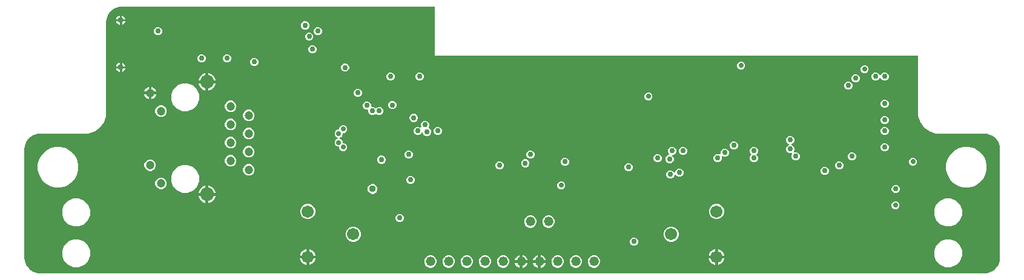
<source format=gbr>
G04 EAGLE Gerber RS-274X export*
G75*
%MOMM*%
%FSLAX34Y34*%
%LPD*%
%INCopper Layer 2*%
%IPPOS*%
%AMOC8*
5,1,8,0,0,1.08239X$1,22.5*%
G01*
%ADD10C,0.812800*%
%ADD11C,1.204800*%
%ADD12C,1.920000*%
%ADD13C,1.704341*%
%ADD14C,1.320800*%
%ADD15C,0.756400*%
%ADD16C,0.203200*%
%ADD17C,0.711200*%
%ADD18C,0.956400*%

G36*
X1346244Y3769D02*
X1346244Y3769D01*
X1346280Y3766D01*
X1349506Y4020D01*
X1349664Y4055D01*
X1349740Y4066D01*
X1355876Y6060D01*
X1356131Y6185D01*
X1356145Y6197D01*
X1356159Y6204D01*
X1361379Y9997D01*
X1361583Y10194D01*
X1361592Y10211D01*
X1361603Y10221D01*
X1365396Y15441D01*
X1365529Y15692D01*
X1365533Y15710D01*
X1365540Y15724D01*
X1367534Y21860D01*
X1367562Y22020D01*
X1367580Y22094D01*
X1367834Y25320D01*
X1367831Y25365D01*
X1367837Y25400D01*
X1367837Y177800D01*
X1367831Y177844D01*
X1367834Y177880D01*
X1367580Y181106D01*
X1367545Y181264D01*
X1367534Y181340D01*
X1365540Y187476D01*
X1365415Y187731D01*
X1365403Y187745D01*
X1365396Y187759D01*
X1361603Y192979D01*
X1361406Y193183D01*
X1361389Y193192D01*
X1361379Y193203D01*
X1356159Y196996D01*
X1355908Y197129D01*
X1355890Y197133D01*
X1355876Y197140D01*
X1349740Y199134D01*
X1349580Y199162D01*
X1349506Y199180D01*
X1346280Y199434D01*
X1346235Y199431D01*
X1346200Y199437D01*
X1278081Y199437D01*
X1269295Y202292D01*
X1261822Y207722D01*
X1256392Y215195D01*
X1253537Y223981D01*
X1253537Y307340D01*
X1253529Y307395D01*
X1253531Y307439D01*
X1253530Y307440D01*
X1253531Y307456D01*
X1253509Y307538D01*
X1253497Y307622D01*
X1253474Y307675D01*
X1253459Y307731D01*
X1253416Y307804D01*
X1253381Y307881D01*
X1253343Y307926D01*
X1253314Y307976D01*
X1253252Y308034D01*
X1253198Y308098D01*
X1253149Y308130D01*
X1253106Y308170D01*
X1253031Y308209D01*
X1252961Y308256D01*
X1252905Y308273D01*
X1252853Y308300D01*
X1252785Y308311D01*
X1252690Y308341D01*
X1252590Y308344D01*
X1252522Y308355D01*
X577595Y308355D01*
X577595Y376222D01*
X577587Y376280D01*
X577589Y376338D01*
X577567Y376420D01*
X577555Y376504D01*
X577532Y376557D01*
X577517Y376613D01*
X577474Y376686D01*
X577439Y376763D01*
X577401Y376808D01*
X577372Y376858D01*
X577310Y376916D01*
X577256Y376980D01*
X577207Y377012D01*
X577164Y377052D01*
X577089Y377091D01*
X577019Y377138D01*
X576963Y377155D01*
X576911Y377182D01*
X576843Y377193D01*
X576748Y377223D01*
X576648Y377226D01*
X576580Y377237D01*
X139700Y377237D01*
X139656Y377231D01*
X139620Y377234D01*
X136394Y376980D01*
X136236Y376945D01*
X136160Y376934D01*
X130024Y374940D01*
X129769Y374815D01*
X129755Y374803D01*
X129741Y374796D01*
X124521Y371003D01*
X124317Y370806D01*
X124308Y370789D01*
X124297Y370779D01*
X120504Y365559D01*
X120371Y365308D01*
X120367Y365290D01*
X120360Y365276D01*
X118366Y359140D01*
X118338Y358980D01*
X118320Y358906D01*
X118066Y355680D01*
X118069Y355635D01*
X118063Y355600D01*
X118063Y223981D01*
X115208Y215195D01*
X109778Y207722D01*
X102305Y202292D01*
X93519Y199437D01*
X25400Y199437D01*
X25356Y199431D01*
X25320Y199434D01*
X22094Y199180D01*
X21936Y199145D01*
X21860Y199134D01*
X15724Y197140D01*
X15469Y197015D01*
X15455Y197003D01*
X15441Y196996D01*
X10221Y193203D01*
X10017Y193006D01*
X10008Y192989D01*
X9997Y192979D01*
X6204Y187759D01*
X6071Y187508D01*
X6067Y187490D01*
X6060Y187476D01*
X4066Y181340D01*
X4038Y181180D01*
X4020Y181106D01*
X3766Y177880D01*
X3769Y177835D01*
X3763Y177800D01*
X3763Y25400D01*
X3769Y25356D01*
X3766Y25320D01*
X4020Y22094D01*
X4055Y21936D01*
X4066Y21860D01*
X6060Y15724D01*
X6185Y15469D01*
X6197Y15455D01*
X6204Y15441D01*
X9997Y10221D01*
X10194Y10017D01*
X10211Y10008D01*
X10221Y9997D01*
X15441Y6204D01*
X15692Y6071D01*
X15710Y6067D01*
X15724Y6060D01*
X21860Y4066D01*
X22020Y4038D01*
X22094Y4020D01*
X25320Y3766D01*
X25365Y3769D01*
X25400Y3763D01*
X1346200Y3763D01*
X1346244Y3769D01*
G37*
%LPC*%
G36*
X1317061Y123999D02*
X1317061Y123999D01*
X1309838Y125935D01*
X1303361Y129674D01*
X1298074Y134961D01*
X1294335Y141438D01*
X1292399Y148661D01*
X1292399Y156139D01*
X1294335Y163362D01*
X1298074Y169839D01*
X1303361Y175126D01*
X1309838Y178865D01*
X1317061Y180801D01*
X1324539Y180801D01*
X1331762Y178865D01*
X1338239Y175126D01*
X1343526Y169839D01*
X1347265Y163362D01*
X1349201Y156139D01*
X1349201Y148661D01*
X1347265Y141438D01*
X1343526Y134961D01*
X1338239Y129674D01*
X1331762Y125935D01*
X1324539Y123999D01*
X1317061Y123999D01*
G37*
%LPD*%
%LPC*%
G36*
X47061Y123999D02*
X47061Y123999D01*
X39838Y125935D01*
X33361Y129674D01*
X28074Y134961D01*
X24335Y141438D01*
X22399Y148661D01*
X22399Y156139D01*
X24335Y163362D01*
X28074Y169839D01*
X33361Y175126D01*
X39838Y178865D01*
X47061Y180801D01*
X54539Y180801D01*
X61762Y178865D01*
X68239Y175126D01*
X73526Y169839D01*
X77265Y163362D01*
X79201Y156139D01*
X79201Y148661D01*
X77265Y141438D01*
X73526Y134961D01*
X68239Y129674D01*
X61762Y125935D01*
X54539Y123999D01*
X47061Y123999D01*
G37*
%LPD*%
%LPC*%
G36*
X1291519Y69389D02*
X1291519Y69389D01*
X1284348Y72360D01*
X1278860Y77848D01*
X1275889Y85019D01*
X1275889Y92781D01*
X1278860Y99952D01*
X1284348Y105440D01*
X1291519Y108411D01*
X1299281Y108411D01*
X1306452Y105440D01*
X1311940Y99952D01*
X1314911Y92781D01*
X1314911Y85019D01*
X1311940Y77848D01*
X1306452Y72360D01*
X1299281Y69389D01*
X1291519Y69389D01*
G37*
%LPD*%
%LPC*%
G36*
X72319Y12239D02*
X72319Y12239D01*
X65148Y15210D01*
X59660Y20698D01*
X56689Y27869D01*
X56689Y35631D01*
X59660Y42802D01*
X65148Y48290D01*
X72319Y51261D01*
X80081Y51261D01*
X87252Y48290D01*
X92740Y42802D01*
X95711Y35631D01*
X95711Y27869D01*
X92740Y20698D01*
X87252Y15210D01*
X80081Y12239D01*
X72319Y12239D01*
G37*
%LPD*%
%LPC*%
G36*
X72319Y69389D02*
X72319Y69389D01*
X65148Y72360D01*
X59660Y77848D01*
X56689Y85019D01*
X56689Y92781D01*
X59660Y99952D01*
X65148Y105440D01*
X72319Y108411D01*
X80081Y108411D01*
X87252Y105440D01*
X92740Y99952D01*
X95711Y92781D01*
X95711Y85019D01*
X92740Y77848D01*
X87252Y72360D01*
X80081Y69389D01*
X72319Y69389D01*
G37*
%LPD*%
%LPC*%
G36*
X1291519Y12239D02*
X1291519Y12239D01*
X1284348Y15210D01*
X1278860Y20698D01*
X1275889Y27869D01*
X1275889Y35631D01*
X1278860Y42802D01*
X1284348Y48290D01*
X1291519Y51261D01*
X1299281Y51261D01*
X1306452Y48290D01*
X1311940Y42802D01*
X1314911Y35631D01*
X1314911Y27869D01*
X1311940Y20698D01*
X1306452Y15210D01*
X1299281Y12239D01*
X1291519Y12239D01*
G37*
%LPD*%
%LPC*%
G36*
X224711Y116397D02*
X224711Y116397D01*
X217543Y119366D01*
X212058Y124852D01*
X209089Y132019D01*
X209089Y139777D01*
X212058Y146944D01*
X217543Y152430D01*
X224711Y155399D01*
X232469Y155399D01*
X239636Y152430D01*
X245121Y146944D01*
X248090Y139777D01*
X248090Y132019D01*
X245121Y124852D01*
X239636Y119366D01*
X232469Y116397D01*
X224711Y116397D01*
G37*
%LPD*%
%LPC*%
G36*
X224711Y230697D02*
X224711Y230697D01*
X217543Y233666D01*
X212058Y239152D01*
X209089Y246319D01*
X209089Y254077D01*
X212058Y261244D01*
X217543Y266730D01*
X224711Y269699D01*
X232469Y269699D01*
X239636Y266730D01*
X245121Y261244D01*
X248090Y254077D01*
X248090Y246319D01*
X245121Y239152D01*
X239636Y233666D01*
X232469Y230697D01*
X224711Y230697D01*
G37*
%LPD*%
%LPC*%
G36*
X448468Y174751D02*
X448468Y174751D01*
X446414Y175602D01*
X444842Y177174D01*
X443991Y179228D01*
X443991Y180202D01*
X443983Y180260D01*
X443985Y180318D01*
X443963Y180400D01*
X443951Y180483D01*
X443928Y180537D01*
X443913Y180593D01*
X443870Y180666D01*
X443835Y180743D01*
X443797Y180787D01*
X443768Y180838D01*
X443706Y180895D01*
X443652Y180960D01*
X443603Y180992D01*
X443560Y181032D01*
X443485Y181071D01*
X443415Y181117D01*
X443359Y181135D01*
X443307Y181162D01*
X443239Y181173D01*
X443144Y181203D01*
X443044Y181206D01*
X442976Y181217D01*
X442003Y181217D01*
X439948Y182068D01*
X438376Y183640D01*
X437525Y185694D01*
X437525Y187917D01*
X438376Y189972D01*
X439948Y191544D01*
X441296Y192102D01*
X441322Y192117D01*
X441350Y192126D01*
X441444Y192189D01*
X441541Y192247D01*
X441561Y192268D01*
X441586Y192284D01*
X441659Y192371D01*
X441736Y192453D01*
X441750Y192479D01*
X441769Y192502D01*
X441815Y192605D01*
X441867Y192706D01*
X441872Y192735D01*
X441884Y192762D01*
X441900Y192874D01*
X441922Y192985D01*
X441919Y193014D01*
X441923Y193043D01*
X441907Y193155D01*
X441897Y193268D01*
X441887Y193295D01*
X441882Y193324D01*
X441836Y193428D01*
X441795Y193533D01*
X441777Y193557D01*
X441765Y193584D01*
X441692Y193670D01*
X441624Y193760D01*
X441600Y193778D01*
X441581Y193800D01*
X441514Y193842D01*
X441396Y193930D01*
X441337Y193952D01*
X441296Y193978D01*
X439948Y194536D01*
X438376Y196108D01*
X437525Y198163D01*
X437525Y200386D01*
X438376Y202440D01*
X439948Y204012D01*
X442003Y204863D01*
X442976Y204863D01*
X443034Y204871D01*
X443092Y204870D01*
X443174Y204891D01*
X443258Y204903D01*
X443311Y204927D01*
X443367Y204941D01*
X443440Y204984D01*
X443517Y205019D01*
X443562Y205057D01*
X443612Y205087D01*
X443670Y205148D01*
X443734Y205203D01*
X443766Y205251D01*
X443806Y205294D01*
X443845Y205369D01*
X443892Y205439D01*
X443909Y205495D01*
X443936Y205547D01*
X443947Y205615D01*
X443977Y205710D01*
X443980Y205810D01*
X443991Y205878D01*
X443991Y206852D01*
X444842Y208906D01*
X446414Y210478D01*
X448468Y211329D01*
X450692Y211329D01*
X452746Y210478D01*
X454318Y208906D01*
X455169Y206852D01*
X455169Y204628D01*
X454318Y202574D01*
X452746Y201002D01*
X450692Y200151D01*
X449718Y200151D01*
X449660Y200143D01*
X449602Y200145D01*
X449520Y200123D01*
X449437Y200111D01*
X449383Y200088D01*
X449327Y200073D01*
X449254Y200030D01*
X449177Y199995D01*
X449133Y199957D01*
X449082Y199928D01*
X449025Y199866D01*
X448960Y199812D01*
X448928Y199763D01*
X448888Y199720D01*
X448849Y199645D01*
X448803Y199575D01*
X448785Y199519D01*
X448758Y199467D01*
X448747Y199399D01*
X448717Y199304D01*
X448714Y199204D01*
X448703Y199136D01*
X448703Y198163D01*
X447852Y196108D01*
X446280Y194536D01*
X444932Y193978D01*
X444907Y193963D01*
X444879Y193954D01*
X444785Y193891D01*
X444687Y193833D01*
X444667Y193812D01*
X444643Y193796D01*
X444570Y193709D01*
X444492Y193627D01*
X444479Y193601D01*
X444460Y193578D01*
X444414Y193475D01*
X444362Y193374D01*
X444356Y193345D01*
X444344Y193318D01*
X444329Y193206D01*
X444307Y193095D01*
X444309Y193066D01*
X444305Y193037D01*
X444322Y192925D01*
X444331Y192812D01*
X444342Y192785D01*
X444346Y192755D01*
X444393Y192652D01*
X444433Y192547D01*
X444451Y192523D01*
X444463Y192496D01*
X444536Y192410D01*
X444605Y192320D01*
X444628Y192302D01*
X444647Y192280D01*
X444714Y192238D01*
X444833Y192150D01*
X444891Y192128D01*
X444932Y192102D01*
X446280Y191544D01*
X447852Y189972D01*
X448703Y187917D01*
X448703Y186944D01*
X448711Y186886D01*
X448710Y186828D01*
X448731Y186746D01*
X448743Y186662D01*
X448767Y186609D01*
X448781Y186553D01*
X448824Y186480D01*
X448859Y186403D01*
X448897Y186358D01*
X448927Y186308D01*
X448988Y186250D01*
X449043Y186186D01*
X449091Y186154D01*
X449134Y186114D01*
X449209Y186075D01*
X449279Y186028D01*
X449335Y186011D01*
X449387Y185984D01*
X449455Y185973D01*
X449550Y185943D01*
X449650Y185940D01*
X449718Y185929D01*
X450692Y185929D01*
X452746Y185078D01*
X454318Y183506D01*
X455169Y181452D01*
X455169Y179228D01*
X454318Y177174D01*
X452746Y175602D01*
X450692Y174751D01*
X448468Y174751D01*
G37*
%LPD*%
%LPC*%
G36*
X397951Y79616D02*
X397951Y79616D01*
X394071Y81222D01*
X391102Y84191D01*
X389496Y88071D01*
X389496Y92269D01*
X391102Y96149D01*
X394071Y99118D01*
X397951Y100724D01*
X402149Y100724D01*
X406029Y99118D01*
X408998Y96149D01*
X410604Y92269D01*
X410604Y88071D01*
X408998Y84191D01*
X406029Y81222D01*
X402149Y79616D01*
X397951Y79616D01*
G37*
%LPD*%
%LPC*%
G36*
X461451Y47866D02*
X461451Y47866D01*
X457571Y49472D01*
X454602Y52441D01*
X452996Y56321D01*
X452996Y60519D01*
X454602Y64399D01*
X457571Y67368D01*
X461451Y68974D01*
X465649Y68974D01*
X469529Y67368D01*
X472498Y64399D01*
X474104Y60519D01*
X474104Y56321D01*
X472498Y52441D01*
X469529Y49472D01*
X465649Y47866D01*
X461451Y47866D01*
G37*
%LPD*%
%LPC*%
G36*
X905951Y47866D02*
X905951Y47866D01*
X902071Y49472D01*
X899102Y52441D01*
X897496Y56321D01*
X897496Y60519D01*
X899102Y64399D01*
X902071Y67368D01*
X905951Y68974D01*
X910149Y68974D01*
X914029Y67368D01*
X916998Y64399D01*
X918604Y60519D01*
X918604Y56321D01*
X916998Y52441D01*
X914029Y49472D01*
X910149Y47866D01*
X905951Y47866D01*
G37*
%LPD*%
%LPC*%
G36*
X969451Y79616D02*
X969451Y79616D01*
X965571Y81222D01*
X962602Y84191D01*
X960996Y88071D01*
X960996Y92269D01*
X962602Y96149D01*
X965571Y99118D01*
X969451Y100724D01*
X973649Y100724D01*
X977529Y99118D01*
X980498Y96149D01*
X982104Y92269D01*
X982104Y88071D01*
X980498Y84191D01*
X977529Y81222D01*
X973649Y79616D01*
X969451Y79616D01*
G37*
%LPD*%
%LPC*%
G36*
X1080883Y161825D02*
X1080883Y161825D01*
X1078746Y162711D01*
X1077111Y164346D01*
X1076225Y166483D01*
X1076225Y168797D01*
X1077016Y170706D01*
X1077023Y170734D01*
X1077037Y170760D01*
X1077059Y170871D01*
X1077087Y170981D01*
X1077086Y171010D01*
X1077092Y171039D01*
X1077082Y171152D01*
X1077079Y171265D01*
X1077070Y171293D01*
X1077067Y171322D01*
X1077027Y171428D01*
X1076992Y171536D01*
X1076976Y171560D01*
X1076965Y171587D01*
X1076897Y171678D01*
X1076834Y171772D01*
X1076811Y171791D01*
X1076794Y171814D01*
X1076703Y171882D01*
X1076616Y171955D01*
X1076589Y171967D01*
X1076566Y171984D01*
X1076460Y172024D01*
X1076356Y172070D01*
X1076327Y172074D01*
X1076300Y172085D01*
X1076187Y172094D01*
X1076075Y172109D01*
X1076046Y172105D01*
X1076017Y172107D01*
X1075940Y172090D01*
X1075794Y172069D01*
X1075737Y172043D01*
X1075689Y172032D01*
X1075577Y171985D01*
X1073263Y171985D01*
X1071126Y172871D01*
X1069491Y174506D01*
X1068605Y176643D01*
X1068605Y178957D01*
X1069491Y181094D01*
X1071126Y182729D01*
X1072291Y183212D01*
X1072316Y183227D01*
X1072344Y183236D01*
X1072439Y183299D01*
X1072536Y183357D01*
X1072556Y183378D01*
X1072581Y183394D01*
X1072653Y183481D01*
X1072731Y183563D01*
X1072745Y183589D01*
X1072764Y183612D01*
X1072810Y183715D01*
X1072861Y183816D01*
X1072867Y183845D01*
X1072879Y183872D01*
X1072895Y183984D01*
X1072916Y184095D01*
X1072914Y184124D01*
X1072918Y184153D01*
X1072902Y184265D01*
X1072892Y184378D01*
X1072881Y184405D01*
X1072877Y184435D01*
X1072831Y184538D01*
X1072790Y184643D01*
X1072772Y184667D01*
X1072760Y184694D01*
X1072687Y184780D01*
X1072618Y184870D01*
X1072595Y184888D01*
X1072576Y184910D01*
X1072509Y184952D01*
X1072391Y185040D01*
X1072332Y185062D01*
X1072291Y185088D01*
X1071126Y185571D01*
X1069491Y187206D01*
X1068605Y189343D01*
X1068605Y191657D01*
X1069491Y193794D01*
X1071126Y195429D01*
X1073263Y196315D01*
X1075577Y196315D01*
X1077714Y195429D01*
X1079349Y193794D01*
X1080235Y191657D01*
X1080235Y189343D01*
X1079349Y187206D01*
X1077714Y185571D01*
X1076549Y185088D01*
X1076524Y185073D01*
X1076496Y185064D01*
X1076401Y185001D01*
X1076304Y184943D01*
X1076284Y184922D01*
X1076259Y184906D01*
X1076187Y184819D01*
X1076109Y184737D01*
X1076095Y184711D01*
X1076077Y184688D01*
X1076031Y184585D01*
X1075979Y184484D01*
X1075973Y184455D01*
X1075961Y184428D01*
X1075945Y184316D01*
X1075924Y184205D01*
X1075926Y184176D01*
X1075922Y184147D01*
X1075938Y184035D01*
X1075948Y183922D01*
X1075959Y183894D01*
X1075963Y183866D01*
X1076009Y183763D01*
X1076050Y183657D01*
X1076068Y183633D01*
X1076080Y183606D01*
X1076153Y183520D01*
X1076222Y183430D01*
X1076245Y183412D01*
X1076264Y183390D01*
X1076331Y183348D01*
X1076449Y183260D01*
X1076508Y183238D01*
X1076549Y183212D01*
X1077714Y182729D01*
X1079349Y181094D01*
X1080235Y178957D01*
X1080235Y176643D01*
X1079444Y174734D01*
X1079437Y174706D01*
X1079423Y174680D01*
X1079401Y174569D01*
X1079373Y174459D01*
X1079374Y174430D01*
X1079368Y174401D01*
X1079378Y174288D01*
X1079381Y174175D01*
X1079390Y174147D01*
X1079393Y174118D01*
X1079433Y174012D01*
X1079468Y173904D01*
X1079484Y173880D01*
X1079495Y173853D01*
X1079563Y173762D01*
X1079626Y173668D01*
X1079649Y173649D01*
X1079666Y173626D01*
X1079757Y173558D01*
X1079844Y173485D01*
X1079871Y173473D01*
X1079894Y173456D01*
X1080000Y173416D01*
X1080104Y173370D01*
X1080133Y173366D01*
X1080160Y173355D01*
X1080273Y173346D01*
X1080385Y173331D01*
X1080414Y173335D01*
X1080443Y173333D01*
X1080520Y173350D01*
X1080666Y173371D01*
X1080723Y173397D01*
X1080771Y173408D01*
X1080883Y173455D01*
X1083197Y173455D01*
X1085334Y172569D01*
X1086969Y170934D01*
X1087855Y168797D01*
X1087855Y166483D01*
X1086969Y164346D01*
X1085334Y162711D01*
X1083197Y161825D01*
X1080883Y161825D01*
G37*
%LPD*%
%LPC*%
G36*
X565175Y196199D02*
X565175Y196199D01*
X563038Y197085D01*
X561402Y198720D01*
X560718Y200372D01*
X560703Y200397D01*
X560694Y200425D01*
X560631Y200519D01*
X560574Y200616D01*
X560552Y200637D01*
X560536Y200661D01*
X560449Y200734D01*
X560367Y200812D01*
X560341Y200825D01*
X560318Y200844D01*
X560215Y200890D01*
X560114Y200942D01*
X560085Y200948D01*
X560059Y200959D01*
X559946Y200975D01*
X559835Y200997D01*
X559806Y200994D01*
X559777Y200998D01*
X559665Y200982D01*
X559552Y200972D01*
X559525Y200962D01*
X559496Y200958D01*
X559392Y200911D01*
X559287Y200870D01*
X559263Y200853D01*
X559237Y200841D01*
X559150Y200767D01*
X559060Y200699D01*
X559042Y200675D01*
X559020Y200656D01*
X558979Y200590D01*
X558890Y200471D01*
X558868Y200413D01*
X558842Y200372D01*
X558649Y199906D01*
X557014Y198271D01*
X554877Y197385D01*
X552563Y197385D01*
X550426Y198271D01*
X548791Y199906D01*
X547905Y202043D01*
X547905Y204357D01*
X548791Y206494D01*
X550426Y208129D01*
X552563Y209015D01*
X554877Y209015D01*
X557181Y208060D01*
X557209Y208053D01*
X557235Y208040D01*
X557346Y208018D01*
X557456Y207989D01*
X557485Y207990D01*
X557514Y207985D01*
X557627Y207994D01*
X557740Y207998D01*
X557768Y208007D01*
X557797Y208009D01*
X557903Y208050D01*
X558011Y208084D01*
X558035Y208101D01*
X558063Y208111D01*
X558153Y208179D01*
X558247Y208243D01*
X558266Y208265D01*
X558289Y208283D01*
X558357Y208374D01*
X558430Y208460D01*
X558442Y208487D01*
X558459Y208510D01*
X558499Y208617D01*
X558545Y208720D01*
X558549Y208749D01*
X558560Y208776D01*
X558569Y208889D01*
X558584Y209001D01*
X558580Y209031D01*
X558582Y209060D01*
X558565Y209136D01*
X558544Y209283D01*
X558518Y209340D01*
X558507Y209387D01*
X558065Y210453D01*
X558065Y212767D01*
X558951Y214904D01*
X560586Y216539D01*
X562723Y217425D01*
X565037Y217425D01*
X567174Y216539D01*
X568809Y214904D01*
X569695Y212767D01*
X569695Y210453D01*
X568832Y208371D01*
X568818Y208314D01*
X568794Y208261D01*
X568782Y208177D01*
X568761Y208096D01*
X568763Y208037D01*
X568755Y207979D01*
X568767Y207896D01*
X568769Y207812D01*
X568787Y207756D01*
X568796Y207698D01*
X568830Y207621D01*
X568856Y207541D01*
X568889Y207492D01*
X568913Y207439D01*
X568967Y207375D01*
X569014Y207305D01*
X569059Y207267D01*
X569097Y207222D01*
X569156Y207186D01*
X569232Y207122D01*
X569323Y207081D01*
X569382Y207045D01*
X569626Y206943D01*
X571261Y205308D01*
X572146Y203171D01*
X572146Y200857D01*
X571261Y198720D01*
X569626Y197085D01*
X567488Y196199D01*
X565175Y196199D01*
G37*
%LPD*%
%LPC*%
G36*
X498659Y225325D02*
X498659Y225325D01*
X496522Y226211D01*
X495704Y227028D01*
X495658Y227064D01*
X495617Y227106D01*
X495545Y227149D01*
X495477Y227199D01*
X495423Y227220D01*
X495372Y227250D01*
X495290Y227270D01*
X495212Y227301D01*
X495153Y227305D01*
X495097Y227320D01*
X495012Y227317D01*
X494928Y227324D01*
X494871Y227313D01*
X494812Y227311D01*
X494732Y227285D01*
X494649Y227268D01*
X494598Y227241D01*
X494542Y227223D01*
X494486Y227183D01*
X494397Y227137D01*
X494325Y227068D01*
X494269Y227028D01*
X493482Y226242D01*
X491345Y225357D01*
X489032Y225357D01*
X486895Y226242D01*
X485259Y227878D01*
X484374Y230015D01*
X484374Y231930D01*
X484366Y231988D01*
X484367Y232046D01*
X484346Y232128D01*
X484334Y232212D01*
X484310Y232265D01*
X484295Y232321D01*
X484252Y232394D01*
X484218Y232471D01*
X484180Y232516D01*
X484150Y232566D01*
X484088Y232624D01*
X484034Y232688D01*
X483985Y232720D01*
X483943Y232760D01*
X483868Y232799D01*
X483797Y232846D01*
X483742Y232863D01*
X483690Y232890D01*
X483621Y232901D01*
X483526Y232931D01*
X483427Y232934D01*
X483358Y232945D01*
X481443Y232945D01*
X479306Y233831D01*
X477671Y235466D01*
X476785Y237603D01*
X476785Y239917D01*
X477671Y242054D01*
X479306Y243689D01*
X481443Y244575D01*
X483757Y244575D01*
X485894Y243689D01*
X487529Y242054D01*
X488415Y239917D01*
X488415Y238002D01*
X488423Y237944D01*
X488421Y237885D01*
X488443Y237804D01*
X488455Y237720D01*
X488478Y237667D01*
X488493Y237610D01*
X488536Y237538D01*
X488571Y237461D01*
X488609Y237416D01*
X488638Y237366D01*
X488700Y237308D01*
X488754Y237244D01*
X488803Y237211D01*
X488846Y237171D01*
X488921Y237133D01*
X488991Y237086D01*
X489047Y237068D01*
X489099Y237042D01*
X489167Y237030D01*
X489262Y237000D01*
X489362Y236998D01*
X489430Y236986D01*
X491345Y236986D01*
X493482Y236101D01*
X494300Y235283D01*
X494347Y235248D01*
X494387Y235206D01*
X494460Y235163D01*
X494527Y235112D01*
X494582Y235091D01*
X494632Y235062D01*
X494714Y235041D01*
X494793Y235011D01*
X494851Y235006D01*
X494908Y234992D01*
X494992Y234994D01*
X495076Y234987D01*
X495134Y234999D01*
X495192Y235001D01*
X495272Y235027D01*
X495355Y235043D01*
X495407Y235070D01*
X495463Y235088D01*
X495519Y235128D01*
X495607Y235174D01*
X495680Y235243D01*
X495736Y235283D01*
X496522Y236069D01*
X498659Y236955D01*
X500973Y236955D01*
X503110Y236069D01*
X504745Y234434D01*
X505631Y232297D01*
X505631Y229983D01*
X504745Y227846D01*
X503110Y226211D01*
X500973Y225325D01*
X498659Y225325D01*
G37*
%LPD*%
%LPC*%
G36*
X569782Y11683D02*
X569782Y11683D01*
X566608Y12998D01*
X564178Y15428D01*
X562863Y18602D01*
X562863Y22038D01*
X564178Y25212D01*
X566608Y27642D01*
X569782Y28957D01*
X573218Y28957D01*
X576392Y27642D01*
X578822Y25212D01*
X580137Y22038D01*
X580137Y18602D01*
X578822Y15428D01*
X576392Y12998D01*
X573218Y11683D01*
X569782Y11683D01*
G37*
%LPD*%
%LPC*%
G36*
X772982Y11683D02*
X772982Y11683D01*
X769808Y12998D01*
X767378Y15428D01*
X766063Y18602D01*
X766063Y22038D01*
X767378Y25212D01*
X769808Y27642D01*
X772982Y28957D01*
X776418Y28957D01*
X779592Y27642D01*
X782022Y25212D01*
X783337Y22038D01*
X783337Y18602D01*
X782022Y15428D01*
X779592Y12998D01*
X776418Y11683D01*
X772982Y11683D01*
G37*
%LPD*%
%LPC*%
G36*
X747582Y11683D02*
X747582Y11683D01*
X744408Y12998D01*
X741978Y15428D01*
X740663Y18602D01*
X740663Y22038D01*
X741978Y25212D01*
X744408Y27642D01*
X747582Y28957D01*
X751018Y28957D01*
X754192Y27642D01*
X756622Y25212D01*
X757937Y22038D01*
X757937Y18602D01*
X756622Y15428D01*
X754192Y12998D01*
X751018Y11683D01*
X747582Y11683D01*
G37*
%LPD*%
%LPC*%
G36*
X595182Y11683D02*
X595182Y11683D01*
X592008Y12998D01*
X589578Y15428D01*
X588263Y18602D01*
X588263Y22038D01*
X589578Y25212D01*
X592008Y27642D01*
X595182Y28957D01*
X598618Y28957D01*
X601792Y27642D01*
X604222Y25212D01*
X605537Y22038D01*
X605537Y18602D01*
X604222Y15428D01*
X601792Y12998D01*
X598618Y11683D01*
X595182Y11683D01*
G37*
%LPD*%
%LPC*%
G36*
X798382Y11683D02*
X798382Y11683D01*
X795208Y12998D01*
X792778Y15428D01*
X791463Y18602D01*
X791463Y22038D01*
X792778Y25212D01*
X795208Y27642D01*
X798382Y28957D01*
X801818Y28957D01*
X804992Y27642D01*
X807422Y25212D01*
X808737Y22038D01*
X808737Y18602D01*
X807422Y15428D01*
X804992Y12998D01*
X801818Y11683D01*
X798382Y11683D01*
G37*
%LPD*%
%LPC*%
G36*
X671382Y11683D02*
X671382Y11683D01*
X668208Y12998D01*
X665778Y15428D01*
X664463Y18602D01*
X664463Y22038D01*
X665778Y25212D01*
X668208Y27642D01*
X671382Y28957D01*
X674818Y28957D01*
X677992Y27642D01*
X680422Y25212D01*
X681737Y22038D01*
X681737Y18602D01*
X680422Y15428D01*
X677992Y12998D01*
X674818Y11683D01*
X671382Y11683D01*
G37*
%LPD*%
%LPC*%
G36*
X709482Y67563D02*
X709482Y67563D01*
X706308Y68878D01*
X703878Y71308D01*
X702563Y74482D01*
X702563Y77918D01*
X703878Y81092D01*
X706308Y83522D01*
X709482Y84837D01*
X712918Y84837D01*
X716092Y83522D01*
X718522Y81092D01*
X719837Y77918D01*
X719837Y74482D01*
X718522Y71308D01*
X716092Y68878D01*
X712918Y67563D01*
X709482Y67563D01*
G37*
%LPD*%
%LPC*%
G36*
X645982Y11683D02*
X645982Y11683D01*
X642808Y12998D01*
X640378Y15428D01*
X639063Y18602D01*
X639063Y22038D01*
X640378Y25212D01*
X642808Y27642D01*
X645982Y28957D01*
X649418Y28957D01*
X652592Y27642D01*
X655022Y25212D01*
X656337Y22038D01*
X656337Y18602D01*
X655022Y15428D01*
X652592Y12998D01*
X649418Y11683D01*
X645982Y11683D01*
G37*
%LPD*%
%LPC*%
G36*
X734882Y67563D02*
X734882Y67563D01*
X731708Y68878D01*
X729278Y71308D01*
X727963Y74482D01*
X727963Y77918D01*
X729278Y81092D01*
X731708Y83522D01*
X734882Y84837D01*
X738318Y84837D01*
X741492Y83522D01*
X743922Y81092D01*
X745237Y77918D01*
X745237Y74482D01*
X743922Y71308D01*
X741492Y68878D01*
X738318Y67563D01*
X734882Y67563D01*
G37*
%LPD*%
%LPC*%
G36*
X620582Y11683D02*
X620582Y11683D01*
X617408Y12998D01*
X614978Y15428D01*
X613663Y18602D01*
X613663Y22038D01*
X614978Y25212D01*
X617408Y27642D01*
X620582Y28957D01*
X624018Y28957D01*
X627192Y27642D01*
X629622Y25212D01*
X630937Y22038D01*
X630937Y18602D01*
X629622Y15428D01*
X627192Y12998D01*
X624018Y11683D01*
X620582Y11683D01*
G37*
%LPD*%
%LPC*%
G36*
X905623Y136425D02*
X905623Y136425D01*
X903486Y137311D01*
X901851Y138946D01*
X900965Y141083D01*
X900965Y143397D01*
X901851Y145534D01*
X903486Y147169D01*
X905623Y148055D01*
X907937Y148055D01*
X910074Y147169D01*
X911709Y145534D01*
X911712Y145528D01*
X911756Y145454D01*
X911791Y145375D01*
X911828Y145332D01*
X911856Y145283D01*
X911919Y145224D01*
X911975Y145158D01*
X912022Y145127D01*
X912063Y145088D01*
X912140Y145048D01*
X912211Y145001D01*
X912265Y144983D01*
X912316Y144957D01*
X912400Y144941D01*
X912482Y144915D01*
X912539Y144913D01*
X912595Y144902D01*
X912680Y144910D01*
X912766Y144908D01*
X912821Y144922D01*
X912878Y144927D01*
X912958Y144958D01*
X913041Y144979D01*
X913090Y145008D01*
X913143Y145029D01*
X913212Y145081D01*
X913286Y145125D01*
X913325Y145166D01*
X913370Y145200D01*
X913422Y145269D01*
X913480Y145332D01*
X913506Y145383D01*
X913540Y145428D01*
X913571Y145508D01*
X913610Y145585D01*
X913618Y145634D01*
X913641Y145694D01*
X913652Y145839D01*
X913665Y145916D01*
X913665Y145937D01*
X914551Y148074D01*
X916186Y149709D01*
X918323Y150595D01*
X920637Y150595D01*
X922774Y149709D01*
X924409Y148074D01*
X925295Y145937D01*
X925295Y143623D01*
X924409Y141486D01*
X922774Y139851D01*
X920637Y138965D01*
X918323Y138965D01*
X916186Y139851D01*
X914551Y141486D01*
X914548Y141492D01*
X914504Y141566D01*
X914469Y141645D01*
X914432Y141688D01*
X914404Y141737D01*
X914341Y141796D01*
X914285Y141862D01*
X914238Y141893D01*
X914197Y141932D01*
X914120Y141972D01*
X914049Y142019D01*
X913995Y142037D01*
X913944Y142063D01*
X913860Y142079D01*
X913778Y142105D01*
X913721Y142107D01*
X913665Y142118D01*
X913580Y142110D01*
X913494Y142112D01*
X913439Y142098D01*
X913382Y142093D01*
X913302Y142062D01*
X913219Y142041D01*
X913170Y142012D01*
X913117Y141991D01*
X913048Y141939D01*
X912974Y141895D01*
X912935Y141854D01*
X912890Y141820D01*
X912838Y141751D01*
X912780Y141688D01*
X912754Y141637D01*
X912720Y141592D01*
X912689Y141512D01*
X912650Y141435D01*
X912642Y141386D01*
X912619Y141326D01*
X912608Y141181D01*
X912595Y141104D01*
X912595Y141083D01*
X911709Y138946D01*
X910074Y137311D01*
X907937Y136425D01*
X905623Y136425D01*
G37*
%LPD*%
%LPC*%
G36*
X971663Y159285D02*
X971663Y159285D01*
X969526Y160171D01*
X967891Y161806D01*
X967005Y163943D01*
X967005Y166257D01*
X967891Y168394D01*
X969526Y170029D01*
X971663Y170915D01*
X973977Y170915D01*
X975886Y170124D01*
X975914Y170117D01*
X975940Y170103D01*
X976051Y170081D01*
X976161Y170053D01*
X976190Y170054D01*
X976219Y170048D01*
X976332Y170058D01*
X976445Y170061D01*
X976473Y170070D01*
X976502Y170073D01*
X976608Y170113D01*
X976716Y170148D01*
X976740Y170164D01*
X976767Y170175D01*
X976858Y170243D01*
X976952Y170306D01*
X976971Y170329D01*
X976994Y170346D01*
X977062Y170437D01*
X977135Y170524D01*
X977147Y170551D01*
X977164Y170574D01*
X977204Y170680D01*
X977250Y170784D01*
X977254Y170813D01*
X977265Y170840D01*
X977274Y170953D01*
X977289Y171065D01*
X977285Y171094D01*
X977287Y171123D01*
X977270Y171200D01*
X977249Y171346D01*
X977223Y171403D01*
X977212Y171451D01*
X977165Y171563D01*
X977165Y173877D01*
X978051Y176014D01*
X979686Y177649D01*
X981823Y178535D01*
X984137Y178535D01*
X986274Y177649D01*
X987909Y176014D01*
X988795Y173877D01*
X988795Y171563D01*
X987909Y169426D01*
X986274Y167791D01*
X984137Y166905D01*
X981823Y166905D01*
X979914Y167696D01*
X979886Y167703D01*
X979860Y167717D01*
X979749Y167739D01*
X979639Y167767D01*
X979610Y167766D01*
X979581Y167772D01*
X979468Y167762D01*
X979355Y167759D01*
X979327Y167750D01*
X979298Y167747D01*
X979192Y167707D01*
X979084Y167672D01*
X979060Y167656D01*
X979033Y167645D01*
X978942Y167577D01*
X978848Y167514D01*
X978829Y167491D01*
X978806Y167474D01*
X978738Y167383D01*
X978665Y167296D01*
X978653Y167269D01*
X978636Y167246D01*
X978596Y167140D01*
X978550Y167036D01*
X978546Y167007D01*
X978535Y166980D01*
X978526Y166867D01*
X978511Y166755D01*
X978515Y166726D01*
X978513Y166697D01*
X978530Y166620D01*
X978551Y166474D01*
X978577Y166417D01*
X978588Y166369D01*
X978635Y166257D01*
X978635Y163943D01*
X977749Y161806D01*
X976114Y160171D01*
X973977Y159285D01*
X971663Y159285D01*
G37*
%LPD*%
%LPC*%
G36*
X904604Y157765D02*
X904604Y157765D01*
X902467Y158650D01*
X900831Y160286D01*
X899946Y162423D01*
X899946Y164736D01*
X900831Y166873D01*
X902467Y168509D01*
X904644Y169411D01*
X904681Y169418D01*
X904793Y169434D01*
X904820Y169446D01*
X904848Y169452D01*
X904949Y169504D01*
X905052Y169550D01*
X905075Y169569D01*
X905101Y169583D01*
X905183Y169661D01*
X905269Y169734D01*
X905286Y169758D01*
X905307Y169779D01*
X905364Y169876D01*
X905427Y169971D01*
X905436Y169999D01*
X905451Y170024D01*
X905479Y170134D01*
X905513Y170242D01*
X905513Y170271D01*
X905521Y170299D01*
X905517Y170412D01*
X905520Y170526D01*
X905513Y170554D01*
X905512Y170584D01*
X905477Y170692D01*
X905448Y170801D01*
X905433Y170826D01*
X905424Y170854D01*
X905379Y170918D01*
X905303Y171045D01*
X905257Y171088D01*
X905229Y171127D01*
X904391Y171966D01*
X903505Y174103D01*
X903505Y176417D01*
X904391Y178554D01*
X906026Y180189D01*
X908163Y181075D01*
X910477Y181075D01*
X912614Y180189D01*
X914249Y178554D01*
X915135Y176417D01*
X915135Y174103D01*
X914249Y171966D01*
X912614Y170331D01*
X910437Y169429D01*
X910400Y169421D01*
X910288Y169405D01*
X910261Y169393D01*
X910232Y169388D01*
X910131Y169335D01*
X910028Y169289D01*
X910006Y169270D01*
X909980Y169257D01*
X909898Y169179D01*
X909811Y169106D01*
X909795Y169081D01*
X909774Y169061D01*
X909716Y168963D01*
X909654Y168869D01*
X909645Y168841D01*
X909630Y168816D01*
X909602Y168706D01*
X909568Y168598D01*
X909567Y168568D01*
X909560Y168540D01*
X909563Y168427D01*
X909560Y168314D01*
X909568Y168285D01*
X909569Y168256D01*
X909604Y168148D01*
X909632Y168039D01*
X909647Y168013D01*
X909656Y167985D01*
X909702Y167921D01*
X909778Y167794D01*
X909823Y167751D01*
X909851Y167712D01*
X910690Y166873D01*
X911575Y164736D01*
X911575Y162423D01*
X910690Y160286D01*
X909054Y158650D01*
X906917Y157765D01*
X904604Y157765D01*
G37*
%LPD*%
%LPC*%
G36*
X1192643Y273585D02*
X1192643Y273585D01*
X1190506Y274471D01*
X1188871Y276106D01*
X1187985Y278243D01*
X1187985Y280557D01*
X1188871Y282694D01*
X1190506Y284329D01*
X1192643Y285215D01*
X1194957Y285215D01*
X1197094Y284329D01*
X1198729Y282694D01*
X1199212Y281529D01*
X1199227Y281504D01*
X1199236Y281476D01*
X1199299Y281382D01*
X1199356Y281284D01*
X1199378Y281264D01*
X1199394Y281239D01*
X1199481Y281167D01*
X1199563Y281089D01*
X1199589Y281075D01*
X1199612Y281056D01*
X1199715Y281010D01*
X1199816Y280959D01*
X1199845Y280953D01*
X1199872Y280941D01*
X1199984Y280925D01*
X1200095Y280904D01*
X1200124Y280906D01*
X1200153Y280902D01*
X1200265Y280918D01*
X1200378Y280928D01*
X1200406Y280939D01*
X1200434Y280943D01*
X1200537Y280989D01*
X1200643Y281030D01*
X1200667Y281048D01*
X1200694Y281060D01*
X1200780Y281133D01*
X1200870Y281202D01*
X1200888Y281225D01*
X1200910Y281244D01*
X1200952Y281311D01*
X1201040Y281429D01*
X1201058Y281476D01*
X1201075Y281502D01*
X1201079Y281515D01*
X1201088Y281529D01*
X1201571Y282694D01*
X1203206Y284329D01*
X1205343Y285215D01*
X1207657Y285215D01*
X1209794Y284329D01*
X1211429Y282694D01*
X1212315Y280557D01*
X1212315Y278243D01*
X1211429Y276106D01*
X1209794Y274471D01*
X1207657Y273585D01*
X1205343Y273585D01*
X1203206Y274471D01*
X1201571Y276106D01*
X1201088Y277271D01*
X1201073Y277296D01*
X1201064Y277324D01*
X1201001Y277419D01*
X1200943Y277516D01*
X1200922Y277536D01*
X1200906Y277561D01*
X1200819Y277634D01*
X1200737Y277711D01*
X1200711Y277725D01*
X1200688Y277744D01*
X1200585Y277790D01*
X1200484Y277841D01*
X1200455Y277847D01*
X1200428Y277859D01*
X1200316Y277875D01*
X1200205Y277896D01*
X1200176Y277894D01*
X1200147Y277898D01*
X1200035Y277882D01*
X1199922Y277872D01*
X1199895Y277861D01*
X1199865Y277857D01*
X1199762Y277811D01*
X1199657Y277770D01*
X1199633Y277752D01*
X1199606Y277740D01*
X1199520Y277667D01*
X1199430Y277598D01*
X1199412Y277575D01*
X1199390Y277556D01*
X1199349Y277490D01*
X1199260Y277371D01*
X1199244Y277329D01*
X1199227Y277304D01*
X1199222Y277287D01*
X1199212Y277271D01*
X1198729Y276106D01*
X1197094Y274471D01*
X1194957Y273585D01*
X1192643Y273585D01*
G37*
%LPD*%
%LPC*%
G36*
X1022463Y159285D02*
X1022463Y159285D01*
X1020326Y160171D01*
X1018691Y161806D01*
X1017805Y163943D01*
X1017805Y166257D01*
X1018691Y168394D01*
X1019759Y169462D01*
X1019794Y169509D01*
X1019836Y169549D01*
X1019879Y169622D01*
X1019930Y169689D01*
X1019951Y169744D01*
X1019980Y169794D01*
X1020001Y169876D01*
X1020031Y169955D01*
X1020036Y170013D01*
X1020050Y170070D01*
X1020048Y170154D01*
X1020055Y170238D01*
X1020043Y170296D01*
X1020041Y170354D01*
X1020015Y170434D01*
X1019999Y170517D01*
X1019972Y170569D01*
X1019954Y170625D01*
X1019914Y170681D01*
X1019868Y170769D01*
X1019799Y170842D01*
X1019759Y170898D01*
X1018691Y171966D01*
X1017805Y174103D01*
X1017805Y176417D01*
X1018691Y178554D01*
X1020326Y180189D01*
X1022463Y181075D01*
X1024777Y181075D01*
X1026914Y180189D01*
X1028549Y178554D01*
X1029435Y176417D01*
X1029435Y174103D01*
X1028549Y171966D01*
X1027481Y170898D01*
X1027446Y170851D01*
X1027404Y170811D01*
X1027361Y170738D01*
X1027310Y170671D01*
X1027289Y170616D01*
X1027260Y170566D01*
X1027239Y170484D01*
X1027209Y170405D01*
X1027204Y170347D01*
X1027190Y170290D01*
X1027192Y170206D01*
X1027185Y170122D01*
X1027197Y170064D01*
X1027199Y170006D01*
X1027225Y169926D01*
X1027241Y169843D01*
X1027268Y169791D01*
X1027286Y169735D01*
X1027326Y169679D01*
X1027372Y169591D01*
X1027441Y169518D01*
X1027481Y169462D01*
X1028549Y168394D01*
X1029435Y166257D01*
X1029435Y163943D01*
X1028549Y161806D01*
X1026914Y160171D01*
X1024777Y159285D01*
X1022463Y159285D01*
G37*
%LPD*%
%LPC*%
G36*
X290487Y153241D02*
X290487Y153241D01*
X287526Y154468D01*
X285259Y156734D01*
X284033Y159695D01*
X284033Y162900D01*
X285259Y165862D01*
X287526Y168128D01*
X290487Y169355D01*
X293692Y169355D01*
X296653Y168128D01*
X298920Y165862D01*
X300146Y162900D01*
X300146Y159695D01*
X298920Y156734D01*
X296653Y154468D01*
X293692Y153241D01*
X290487Y153241D01*
G37*
%LPD*%
%LPC*%
G36*
X178006Y147147D02*
X178006Y147147D01*
X175045Y148374D01*
X172779Y150640D01*
X171552Y153601D01*
X171552Y156806D01*
X172779Y159768D01*
X175045Y162034D01*
X178006Y163261D01*
X181211Y163261D01*
X184173Y162034D01*
X186439Y159768D01*
X187665Y156806D01*
X187665Y153601D01*
X186439Y150640D01*
X184173Y148374D01*
X181211Y147147D01*
X178006Y147147D01*
G37*
%LPD*%
%LPC*%
G36*
X315887Y165941D02*
X315887Y165941D01*
X312926Y167168D01*
X310659Y169434D01*
X309433Y172395D01*
X309433Y175600D01*
X310659Y178562D01*
X312926Y180828D01*
X315887Y182055D01*
X319092Y182055D01*
X322053Y180828D01*
X324320Y178562D01*
X325546Y175600D01*
X325546Y172395D01*
X324320Y169434D01*
X322053Y167168D01*
X319092Y165941D01*
X315887Y165941D01*
G37*
%LPD*%
%LPC*%
G36*
X290487Y178641D02*
X290487Y178641D01*
X287526Y179868D01*
X285259Y182134D01*
X284033Y185095D01*
X284033Y188300D01*
X285259Y191262D01*
X287526Y193528D01*
X290487Y194755D01*
X293692Y194755D01*
X296653Y193528D01*
X298920Y191262D01*
X300146Y188300D01*
X300146Y185095D01*
X298920Y182134D01*
X296653Y179868D01*
X293692Y178641D01*
X290487Y178641D01*
G37*
%LPD*%
%LPC*%
G36*
X315887Y140541D02*
X315887Y140541D01*
X312926Y141768D01*
X310659Y144034D01*
X309433Y146995D01*
X309433Y150200D01*
X310659Y153162D01*
X312926Y155428D01*
X315887Y156655D01*
X319092Y156655D01*
X322053Y155428D01*
X324320Y153162D01*
X325546Y150200D01*
X325546Y146995D01*
X324320Y144034D01*
X322053Y141768D01*
X319092Y140541D01*
X315887Y140541D01*
G37*
%LPD*%
%LPC*%
G36*
X315887Y191341D02*
X315887Y191341D01*
X312926Y192568D01*
X310659Y194834D01*
X309433Y197795D01*
X309433Y201000D01*
X310659Y203962D01*
X312926Y206228D01*
X315887Y207455D01*
X319092Y207455D01*
X322053Y206228D01*
X324320Y203962D01*
X325546Y201000D01*
X325546Y197795D01*
X324320Y194834D01*
X322053Y192568D01*
X319092Y191341D01*
X315887Y191341D01*
G37*
%LPD*%
%LPC*%
G36*
X193201Y121729D02*
X193201Y121729D01*
X190240Y122955D01*
X187974Y125221D01*
X186747Y128183D01*
X186747Y131388D01*
X187974Y134349D01*
X190240Y136615D01*
X193201Y137842D01*
X196406Y137842D01*
X199368Y136615D01*
X201634Y134349D01*
X202860Y131388D01*
X202860Y128183D01*
X201634Y125221D01*
X199368Y122955D01*
X196406Y121729D01*
X193201Y121729D01*
G37*
%LPD*%
%LPC*%
G36*
X290487Y229441D02*
X290487Y229441D01*
X287526Y230668D01*
X285259Y232934D01*
X284033Y235895D01*
X284033Y239100D01*
X285259Y242062D01*
X287526Y244328D01*
X290487Y245555D01*
X293692Y245555D01*
X296653Y244328D01*
X298920Y242062D01*
X300146Y239100D01*
X300146Y235895D01*
X298920Y232934D01*
X296653Y230668D01*
X293692Y229441D01*
X290487Y229441D01*
G37*
%LPD*%
%LPC*%
G36*
X290487Y204041D02*
X290487Y204041D01*
X287526Y205268D01*
X285259Y207534D01*
X284033Y210495D01*
X284033Y213700D01*
X285259Y216662D01*
X287526Y218928D01*
X290487Y220155D01*
X293692Y220155D01*
X296653Y218928D01*
X298920Y216662D01*
X300146Y213700D01*
X300146Y210495D01*
X298920Y207534D01*
X296653Y205268D01*
X293692Y204041D01*
X290487Y204041D01*
G37*
%LPD*%
%LPC*%
G36*
X315887Y216741D02*
X315887Y216741D01*
X312926Y217968D01*
X310659Y220234D01*
X309433Y223195D01*
X309433Y226400D01*
X310659Y229362D01*
X312926Y231628D01*
X315887Y232855D01*
X319092Y232855D01*
X322053Y231628D01*
X324320Y229362D01*
X325546Y226400D01*
X325546Y223195D01*
X324320Y220234D01*
X322053Y217968D01*
X319092Y216741D01*
X315887Y216741D01*
G37*
%LPD*%
%LPC*%
G36*
X193206Y222847D02*
X193206Y222847D01*
X190245Y224074D01*
X187979Y226340D01*
X186752Y229301D01*
X186752Y232506D01*
X187979Y235468D01*
X190245Y237734D01*
X193206Y238961D01*
X196411Y238961D01*
X199373Y237734D01*
X201639Y235468D01*
X202865Y232506D01*
X202865Y229301D01*
X201639Y226340D01*
X199373Y224074D01*
X196411Y222847D01*
X193206Y222847D01*
G37*
%LPD*%
%LPC*%
G36*
X489249Y115061D02*
X489249Y115061D01*
X486744Y116099D01*
X484827Y118016D01*
X483790Y120520D01*
X483790Y123232D01*
X484827Y125736D01*
X486744Y127653D01*
X489249Y128691D01*
X491960Y128691D01*
X494465Y127653D01*
X496382Y125736D01*
X497419Y123232D01*
X497419Y120520D01*
X496382Y118016D01*
X494465Y116099D01*
X491960Y115061D01*
X489249Y115061D01*
G37*
%LPD*%
%LPC*%
G36*
X405243Y311685D02*
X405243Y311685D01*
X403106Y312571D01*
X401471Y314206D01*
X400585Y316343D01*
X400585Y318657D01*
X401471Y320794D01*
X403106Y322429D01*
X405243Y323315D01*
X407557Y323315D01*
X409694Y322429D01*
X411329Y320794D01*
X412215Y318657D01*
X412215Y316343D01*
X411329Y314206D01*
X409694Y312571D01*
X407557Y311685D01*
X405243Y311685D01*
G37*
%LPD*%
%LPC*%
G36*
X1205343Y212625D02*
X1205343Y212625D01*
X1203206Y213511D01*
X1201571Y215146D01*
X1200685Y217283D01*
X1200685Y219597D01*
X1201571Y221734D01*
X1203206Y223369D01*
X1205343Y224255D01*
X1207657Y224255D01*
X1209794Y223369D01*
X1211429Y221734D01*
X1212315Y219597D01*
X1212315Y217283D01*
X1211429Y215146D01*
X1209794Y213511D01*
X1207657Y212625D01*
X1205343Y212625D01*
G37*
%LPD*%
%LPC*%
G36*
X547048Y215601D02*
X547048Y215601D01*
X544911Y216486D01*
X543275Y218122D01*
X542390Y220259D01*
X542390Y222572D01*
X543275Y224709D01*
X544911Y226345D01*
X547048Y227230D01*
X549361Y227230D01*
X551498Y226345D01*
X553134Y224709D01*
X554019Y222572D01*
X554019Y220259D01*
X553134Y218122D01*
X551498Y216486D01*
X549361Y215601D01*
X547048Y215601D01*
G37*
%LPD*%
%LPC*%
G36*
X517003Y233679D02*
X517003Y233679D01*
X514866Y234565D01*
X513231Y236200D01*
X512345Y238337D01*
X512345Y240651D01*
X513231Y242788D01*
X514866Y244423D01*
X517003Y245309D01*
X519317Y245309D01*
X521454Y244423D01*
X523089Y242788D01*
X523975Y240651D01*
X523975Y238337D01*
X523089Y236200D01*
X521454Y234565D01*
X519317Y233679D01*
X517003Y233679D01*
G37*
%LPD*%
%LPC*%
G36*
X1205343Y235485D02*
X1205343Y235485D01*
X1203206Y236371D01*
X1201571Y238006D01*
X1200685Y240143D01*
X1200685Y242457D01*
X1201571Y244594D01*
X1203206Y246229D01*
X1205343Y247115D01*
X1207657Y247115D01*
X1209794Y246229D01*
X1211429Y244594D01*
X1212315Y242457D01*
X1212315Y240143D01*
X1211429Y238006D01*
X1209794Y236371D01*
X1207657Y235485D01*
X1205343Y235485D01*
G37*
%LPD*%
%LPC*%
G36*
X1205343Y197385D02*
X1205343Y197385D01*
X1203206Y198271D01*
X1201571Y199906D01*
X1200685Y202043D01*
X1200685Y204357D01*
X1201571Y206494D01*
X1203206Y208129D01*
X1205343Y209015D01*
X1207657Y209015D01*
X1209794Y208129D01*
X1211429Y206494D01*
X1212315Y204357D01*
X1212315Y202043D01*
X1211429Y199906D01*
X1209794Y198271D01*
X1207657Y197385D01*
X1205343Y197385D01*
G37*
%LPD*%
%LPC*%
G36*
X580503Y197385D02*
X580503Y197385D01*
X578366Y198271D01*
X576731Y199906D01*
X575845Y202043D01*
X575845Y204357D01*
X576731Y206494D01*
X578366Y208129D01*
X580503Y209015D01*
X582817Y209015D01*
X584954Y208129D01*
X586589Y206494D01*
X587475Y204357D01*
X587475Y202043D01*
X586589Y199906D01*
X584954Y198271D01*
X582817Y197385D01*
X580503Y197385D01*
G37*
%LPD*%
%LPC*%
G36*
X395083Y344781D02*
X395083Y344781D01*
X392946Y345667D01*
X391311Y347302D01*
X390425Y349439D01*
X390425Y351753D01*
X391311Y353890D01*
X392946Y355525D01*
X395083Y356411D01*
X397397Y356411D01*
X399534Y355525D01*
X401169Y353890D01*
X402055Y351753D01*
X402055Y349439D01*
X401169Y347302D01*
X399534Y345667D01*
X397397Y344781D01*
X395083Y344781D01*
G37*
%LPD*%
%LPC*%
G36*
X412863Y337085D02*
X412863Y337085D01*
X410726Y337971D01*
X409091Y339606D01*
X408205Y341743D01*
X408205Y344057D01*
X409091Y346194D01*
X410726Y347829D01*
X412863Y348715D01*
X415177Y348715D01*
X417314Y347829D01*
X418949Y346194D01*
X419835Y344057D01*
X419835Y341743D01*
X418949Y339606D01*
X417314Y337971D01*
X415177Y337085D01*
X412863Y337085D01*
G37*
%LPD*%
%LPC*%
G36*
X189343Y337085D02*
X189343Y337085D01*
X187206Y337971D01*
X185571Y339606D01*
X184685Y341743D01*
X184685Y344057D01*
X185571Y346194D01*
X187206Y347829D01*
X189343Y348715D01*
X191657Y348715D01*
X193794Y347829D01*
X195429Y346194D01*
X196315Y344057D01*
X196315Y341743D01*
X195429Y339606D01*
X193794Y337971D01*
X191657Y337085D01*
X189343Y337085D01*
G37*
%LPD*%
%LPC*%
G36*
X994523Y177065D02*
X994523Y177065D01*
X992386Y177951D01*
X990751Y179586D01*
X989865Y181723D01*
X989865Y184037D01*
X990751Y186174D01*
X992386Y187809D01*
X994523Y188695D01*
X996837Y188695D01*
X998974Y187809D01*
X1000609Y186174D01*
X1001495Y184037D01*
X1001495Y181723D01*
X1000609Y179586D01*
X998974Y177951D01*
X996837Y177065D01*
X994523Y177065D01*
G37*
%LPD*%
%LPC*%
G36*
X1205343Y174525D02*
X1205343Y174525D01*
X1203206Y175411D01*
X1201571Y177046D01*
X1200685Y179183D01*
X1200685Y181497D01*
X1201571Y183634D01*
X1203206Y185269D01*
X1205343Y186155D01*
X1207657Y186155D01*
X1209794Y185269D01*
X1211429Y183634D01*
X1212315Y181497D01*
X1212315Y179183D01*
X1211429Y177046D01*
X1209794Y175411D01*
X1207657Y174525D01*
X1205343Y174525D01*
G37*
%LPD*%
%LPC*%
G36*
X450798Y286120D02*
X450798Y286120D01*
X448661Y287005D01*
X447025Y288641D01*
X446140Y290778D01*
X446140Y293091D01*
X447025Y295228D01*
X448661Y296864D01*
X450798Y297749D01*
X453111Y297749D01*
X455248Y296864D01*
X456884Y295228D01*
X457769Y293091D01*
X457769Y290778D01*
X456884Y288641D01*
X455248Y287005D01*
X453111Y286120D01*
X450798Y286120D01*
G37*
%LPD*%
%LPC*%
G36*
X468743Y250725D02*
X468743Y250725D01*
X466606Y251611D01*
X464971Y253246D01*
X464085Y255383D01*
X464085Y257697D01*
X464971Y259834D01*
X466606Y261469D01*
X468743Y262355D01*
X471057Y262355D01*
X473194Y261469D01*
X474829Y259834D01*
X475715Y257697D01*
X475715Y255383D01*
X474829Y253246D01*
X473194Y251611D01*
X471057Y250725D01*
X468743Y250725D01*
G37*
%LPD*%
%LPC*%
G36*
X923403Y169445D02*
X923403Y169445D01*
X921266Y170331D01*
X919631Y171966D01*
X918745Y174103D01*
X918745Y176417D01*
X919631Y178554D01*
X921266Y180189D01*
X923403Y181075D01*
X925717Y181075D01*
X927854Y180189D01*
X929489Y178554D01*
X930375Y176417D01*
X930375Y174103D01*
X929489Y171966D01*
X927854Y170331D01*
X925717Y169445D01*
X923403Y169445D01*
G37*
%LPD*%
%LPC*%
G36*
X400740Y329465D02*
X400740Y329465D01*
X398603Y330351D01*
X396967Y331986D01*
X396082Y334123D01*
X396082Y336437D01*
X396967Y338574D01*
X398603Y340209D01*
X400740Y341095D01*
X403053Y341095D01*
X405191Y340209D01*
X406826Y338574D01*
X407712Y336437D01*
X407712Y334123D01*
X406826Y331986D01*
X405191Y330351D01*
X403053Y329465D01*
X400740Y329465D01*
G37*
%LPD*%
%LPC*%
G36*
X285863Y298985D02*
X285863Y298985D01*
X283726Y299871D01*
X282091Y301506D01*
X281205Y303643D01*
X281205Y305957D01*
X282091Y308094D01*
X283726Y309729D01*
X285863Y310615D01*
X288177Y310615D01*
X290314Y309729D01*
X291949Y308094D01*
X292835Y305957D01*
X292835Y303643D01*
X291949Y301506D01*
X290314Y299871D01*
X288177Y298985D01*
X285863Y298985D01*
G37*
%LPD*%
%LPC*%
G36*
X250303Y298985D02*
X250303Y298985D01*
X248166Y299871D01*
X246531Y301506D01*
X245645Y303643D01*
X245645Y305957D01*
X246531Y308094D01*
X248166Y309729D01*
X250303Y310615D01*
X252617Y310615D01*
X254754Y309729D01*
X256389Y308094D01*
X257275Y305957D01*
X257275Y303643D01*
X256389Y301506D01*
X254754Y299871D01*
X252617Y298985D01*
X250303Y298985D01*
G37*
%LPD*%
%LPC*%
G36*
X854823Y42445D02*
X854823Y42445D01*
X852686Y43331D01*
X851051Y44966D01*
X850165Y47103D01*
X850165Y49417D01*
X851051Y51554D01*
X852686Y53189D01*
X854823Y54075D01*
X857137Y54075D01*
X859274Y53189D01*
X860909Y51554D01*
X861795Y49417D01*
X861795Y47103D01*
X860909Y44966D01*
X859274Y43331D01*
X857137Y42445D01*
X854823Y42445D01*
G37*
%LPD*%
%LPC*%
G36*
X710043Y164365D02*
X710043Y164365D01*
X707906Y165251D01*
X706271Y166886D01*
X705385Y169023D01*
X705385Y171337D01*
X706271Y173474D01*
X707906Y175109D01*
X710043Y175995D01*
X712357Y175995D01*
X714494Y175109D01*
X716129Y173474D01*
X717015Y171337D01*
X717015Y169023D01*
X716129Y166886D01*
X714494Y165251D01*
X712357Y164365D01*
X710043Y164365D01*
G37*
%LPD*%
%LPC*%
G36*
X539863Y164365D02*
X539863Y164365D01*
X537726Y165251D01*
X536091Y166886D01*
X535205Y169023D01*
X535205Y171337D01*
X536091Y173474D01*
X537726Y175109D01*
X539863Y175995D01*
X542177Y175995D01*
X544314Y175109D01*
X545949Y173474D01*
X546835Y171337D01*
X546835Y169023D01*
X545949Y166886D01*
X544314Y165251D01*
X542177Y164365D01*
X539863Y164365D01*
G37*
%LPD*%
%LPC*%
G36*
X1159623Y161825D02*
X1159623Y161825D01*
X1157486Y162711D01*
X1155851Y164346D01*
X1154965Y166483D01*
X1154965Y168797D01*
X1155851Y170934D01*
X1157486Y172569D01*
X1159623Y173455D01*
X1161937Y173455D01*
X1164074Y172569D01*
X1165709Y170934D01*
X1166595Y168797D01*
X1166595Y166483D01*
X1165709Y164346D01*
X1164074Y162711D01*
X1161937Y161825D01*
X1159623Y161825D01*
G37*
%LPD*%
%LPC*%
G36*
X887843Y159285D02*
X887843Y159285D01*
X885706Y160171D01*
X884071Y161806D01*
X883185Y163943D01*
X883185Y166257D01*
X884071Y168394D01*
X885706Y170029D01*
X887843Y170915D01*
X890157Y170915D01*
X892294Y170029D01*
X893929Y168394D01*
X894815Y166257D01*
X894815Y163943D01*
X893929Y161806D01*
X892294Y160171D01*
X890157Y159285D01*
X887843Y159285D01*
G37*
%LPD*%
%LPC*%
G36*
X323963Y293905D02*
X323963Y293905D01*
X321826Y294791D01*
X320191Y296426D01*
X319305Y298563D01*
X319305Y300877D01*
X320191Y303014D01*
X321826Y304649D01*
X323963Y305535D01*
X326277Y305535D01*
X328414Y304649D01*
X330049Y303014D01*
X330935Y300877D01*
X330935Y298563D01*
X330049Y296426D01*
X328414Y294791D01*
X326277Y293905D01*
X323963Y293905D01*
G37*
%LPD*%
%LPC*%
G36*
X501643Y157094D02*
X501643Y157094D01*
X499506Y157979D01*
X497871Y159615D01*
X496985Y161752D01*
X496985Y164065D01*
X497871Y166203D01*
X499506Y167838D01*
X501643Y168724D01*
X503957Y168724D01*
X506094Y167838D01*
X507729Y166203D01*
X508615Y164065D01*
X508615Y161752D01*
X507729Y159615D01*
X506094Y157979D01*
X503957Y157094D01*
X501643Y157094D01*
G37*
%LPD*%
%LPC*%
G36*
X758303Y154205D02*
X758303Y154205D01*
X756166Y155091D01*
X754531Y156726D01*
X753645Y158863D01*
X753645Y161177D01*
X754531Y163314D01*
X756166Y164949D01*
X758303Y165835D01*
X760617Y165835D01*
X762754Y164949D01*
X764389Y163314D01*
X765275Y161177D01*
X765275Y158863D01*
X764389Y156726D01*
X762754Y155091D01*
X760617Y154205D01*
X758303Y154205D01*
G37*
%LPD*%
%LPC*%
G36*
X527163Y75465D02*
X527163Y75465D01*
X525026Y76351D01*
X523391Y77986D01*
X522505Y80123D01*
X522505Y82437D01*
X523391Y84574D01*
X525026Y86209D01*
X527163Y87095D01*
X529477Y87095D01*
X531614Y86209D01*
X533249Y84574D01*
X534135Y82437D01*
X534135Y80123D01*
X533249Y77986D01*
X531614Y76351D01*
X529477Y75465D01*
X527163Y75465D01*
G37*
%LPD*%
%LPC*%
G36*
X702972Y152214D02*
X702972Y152214D01*
X700835Y153099D01*
X699199Y154735D01*
X698314Y156872D01*
X698314Y159185D01*
X699199Y161323D01*
X700835Y162958D01*
X702972Y163844D01*
X705285Y163844D01*
X707423Y162958D01*
X709058Y161323D01*
X709944Y159185D01*
X709944Y156872D01*
X709058Y154735D01*
X707423Y153099D01*
X705285Y152214D01*
X702972Y152214D01*
G37*
%LPD*%
%LPC*%
G36*
X1154543Y260885D02*
X1154543Y260885D01*
X1152406Y261771D01*
X1150771Y263406D01*
X1149885Y265543D01*
X1149885Y267857D01*
X1150771Y269994D01*
X1152406Y271629D01*
X1154543Y272515D01*
X1156857Y272515D01*
X1158994Y271629D01*
X1160629Y269994D01*
X1161515Y267857D01*
X1161515Y265543D01*
X1160629Y263406D01*
X1158994Y261771D01*
X1156857Y260885D01*
X1154543Y260885D01*
G37*
%LPD*%
%LPC*%
G36*
X1141843Y149125D02*
X1141843Y149125D01*
X1139706Y150011D01*
X1138071Y151646D01*
X1137185Y153783D01*
X1137185Y156097D01*
X1138071Y158234D01*
X1139706Y159869D01*
X1141843Y160755D01*
X1144157Y160755D01*
X1146294Y159869D01*
X1147929Y158234D01*
X1148815Y156097D01*
X1148815Y153783D01*
X1147929Y151646D01*
X1146294Y150011D01*
X1144157Y149125D01*
X1141843Y149125D01*
G37*
%LPD*%
%LPC*%
G36*
X666863Y149099D02*
X666863Y149099D01*
X664726Y149985D01*
X663091Y151620D01*
X662205Y153757D01*
X662205Y156071D01*
X663091Y158208D01*
X664726Y159843D01*
X666863Y160729D01*
X669177Y160729D01*
X671314Y159843D01*
X672949Y158208D01*
X673835Y156071D01*
X673835Y153757D01*
X672949Y151620D01*
X671314Y149985D01*
X669177Y149099D01*
X666863Y149099D01*
G37*
%LPD*%
%LPC*%
G36*
X847203Y146585D02*
X847203Y146585D01*
X845066Y147471D01*
X843431Y149106D01*
X842545Y151243D01*
X842545Y153557D01*
X843431Y155694D01*
X845066Y157329D01*
X847203Y158215D01*
X849517Y158215D01*
X851654Y157329D01*
X853289Y155694D01*
X854175Y153557D01*
X854175Y151243D01*
X853289Y149106D01*
X851654Y147471D01*
X849517Y146585D01*
X847203Y146585D01*
G37*
%LPD*%
%LPC*%
G36*
X1164703Y271045D02*
X1164703Y271045D01*
X1162566Y271931D01*
X1160931Y273566D01*
X1160045Y275703D01*
X1160045Y278017D01*
X1160931Y280154D01*
X1162566Y281789D01*
X1164703Y282675D01*
X1167017Y282675D01*
X1169154Y281789D01*
X1170789Y280154D01*
X1171675Y278017D01*
X1171675Y275703D01*
X1170789Y273566D01*
X1169154Y271931D01*
X1167017Y271045D01*
X1164703Y271045D01*
G37*
%LPD*%
%LPC*%
G36*
X1220991Y116105D02*
X1220991Y116105D01*
X1218854Y116991D01*
X1217219Y118626D01*
X1216333Y120763D01*
X1216333Y123077D01*
X1217219Y125214D01*
X1218854Y126849D01*
X1220991Y127735D01*
X1223305Y127735D01*
X1225442Y126849D01*
X1227077Y125214D01*
X1227963Y123077D01*
X1227963Y120763D01*
X1227077Y118626D01*
X1225442Y116991D01*
X1223305Y116105D01*
X1220991Y116105D01*
G37*
%LPD*%
%LPC*%
G36*
X1121523Y141505D02*
X1121523Y141505D01*
X1119386Y142391D01*
X1117751Y144026D01*
X1116865Y146163D01*
X1116865Y148477D01*
X1117751Y150614D01*
X1119386Y152249D01*
X1121523Y153135D01*
X1123837Y153135D01*
X1125974Y152249D01*
X1127609Y150614D01*
X1128495Y148477D01*
X1128495Y146163D01*
X1127609Y144026D01*
X1125974Y142391D01*
X1123837Y141505D01*
X1121523Y141505D01*
G37*
%LPD*%
%LPC*%
G36*
X555103Y273585D02*
X555103Y273585D01*
X552966Y274471D01*
X551331Y276106D01*
X550445Y278243D01*
X550445Y280557D01*
X551331Y282694D01*
X552966Y284329D01*
X555103Y285215D01*
X557417Y285215D01*
X559554Y284329D01*
X561189Y282694D01*
X562075Y280557D01*
X562075Y278243D01*
X561189Y276106D01*
X559554Y274471D01*
X557417Y273585D01*
X555103Y273585D01*
G37*
%LPD*%
%LPC*%
G36*
X542403Y128805D02*
X542403Y128805D01*
X540266Y129691D01*
X538631Y131326D01*
X537745Y133463D01*
X537745Y135777D01*
X538631Y137914D01*
X540266Y139549D01*
X542403Y140435D01*
X544717Y140435D01*
X546854Y139549D01*
X548489Y137914D01*
X549375Y135777D01*
X549375Y133463D01*
X548489Y131326D01*
X546854Y129691D01*
X544717Y128805D01*
X542403Y128805D01*
G37*
%LPD*%
%LPC*%
G36*
X514463Y273585D02*
X514463Y273585D01*
X512326Y274471D01*
X510691Y276106D01*
X509805Y278243D01*
X509805Y280557D01*
X510691Y282694D01*
X512326Y284329D01*
X514463Y285215D01*
X516777Y285215D01*
X518914Y284329D01*
X520549Y282694D01*
X521435Y280557D01*
X521435Y278243D01*
X520549Y276106D01*
X518914Y274471D01*
X516777Y273585D01*
X514463Y273585D01*
G37*
%LPD*%
%LPC*%
G36*
X753268Y121411D02*
X753268Y121411D01*
X751214Y122262D01*
X749642Y123834D01*
X748791Y125888D01*
X748791Y128112D01*
X749642Y130166D01*
X751214Y131738D01*
X753268Y132589D01*
X755492Y132589D01*
X757546Y131738D01*
X759118Y130166D01*
X759969Y128112D01*
X759969Y125888D01*
X759118Y123834D01*
X757546Y122262D01*
X755492Y121411D01*
X753268Y121411D01*
G37*
%LPD*%
%LPC*%
G36*
X1177448Y283971D02*
X1177448Y283971D01*
X1175394Y284822D01*
X1173822Y286394D01*
X1172971Y288448D01*
X1172971Y290672D01*
X1173822Y292726D01*
X1175394Y294298D01*
X1177448Y295149D01*
X1179672Y295149D01*
X1181726Y294298D01*
X1183298Y292726D01*
X1184149Y290672D01*
X1184149Y288448D01*
X1183298Y286394D01*
X1181726Y284822D01*
X1179672Y283971D01*
X1177448Y283971D01*
G37*
%LPD*%
%LPC*%
G36*
X1004728Y289051D02*
X1004728Y289051D01*
X1002674Y289902D01*
X1001102Y291474D01*
X1000251Y293528D01*
X1000251Y295752D01*
X1001102Y297806D01*
X1002674Y299378D01*
X1004728Y300229D01*
X1006952Y300229D01*
X1009006Y299378D01*
X1010578Y297806D01*
X1011429Y295752D01*
X1011429Y293528D01*
X1010578Y291474D01*
X1009006Y289902D01*
X1006952Y289051D01*
X1004728Y289051D01*
G37*
%LPD*%
%LPC*%
G36*
X1245012Y154431D02*
X1245012Y154431D01*
X1242958Y155282D01*
X1241386Y156854D01*
X1240535Y158908D01*
X1240535Y161132D01*
X1241386Y163186D01*
X1242958Y164758D01*
X1245012Y165609D01*
X1247236Y165609D01*
X1249290Y164758D01*
X1250862Y163186D01*
X1251713Y161132D01*
X1251713Y158908D01*
X1250862Y156854D01*
X1249290Y155282D01*
X1247236Y154431D01*
X1245012Y154431D01*
G37*
%LPD*%
%LPC*%
G36*
X1220628Y93471D02*
X1220628Y93471D01*
X1218574Y94322D01*
X1217002Y95894D01*
X1216151Y97948D01*
X1216151Y100172D01*
X1217002Y102226D01*
X1218574Y103798D01*
X1220628Y104649D01*
X1222852Y104649D01*
X1224906Y103798D01*
X1226478Y102226D01*
X1227329Y100172D01*
X1227329Y97948D01*
X1226478Y95894D01*
X1224906Y94322D01*
X1222852Y93471D01*
X1220628Y93471D01*
G37*
%LPD*%
%LPC*%
G36*
X875188Y245871D02*
X875188Y245871D01*
X873134Y246722D01*
X871562Y248294D01*
X870711Y250348D01*
X870711Y252572D01*
X871562Y254626D01*
X873134Y256198D01*
X875188Y257049D01*
X877412Y257049D01*
X879466Y256198D01*
X881038Y254626D01*
X881889Y252572D01*
X881889Y250348D01*
X881038Y248294D01*
X879466Y246722D01*
X877412Y245871D01*
X875188Y245871D01*
G37*
%LPD*%
%LPC*%
G36*
X261121Y273829D02*
X261121Y273829D01*
X261121Y283768D01*
X261933Y283640D01*
X263750Y283049D01*
X265453Y282182D01*
X266999Y281058D01*
X268350Y279707D01*
X269473Y278161D01*
X270341Y276458D01*
X270931Y274641D01*
X271060Y273829D01*
X261121Y273829D01*
G37*
%LPD*%
%LPC*%
G36*
X261121Y116329D02*
X261121Y116329D01*
X261121Y126268D01*
X261933Y126140D01*
X263750Y125549D01*
X265453Y124682D01*
X266999Y123558D01*
X268350Y122207D01*
X269473Y120661D01*
X270341Y118958D01*
X270931Y117141D01*
X271060Y116329D01*
X261121Y116329D01*
G37*
%LPD*%
%LPC*%
G36*
X261121Y112267D02*
X261121Y112267D01*
X271060Y112267D01*
X270931Y111455D01*
X270341Y109637D01*
X269473Y107935D01*
X268350Y106389D01*
X266999Y105038D01*
X265453Y103914D01*
X263750Y103047D01*
X261933Y102456D01*
X261121Y102328D01*
X261121Y112267D01*
G37*
%LPD*%
%LPC*%
G36*
X247119Y273829D02*
X247119Y273829D01*
X247248Y274641D01*
X247838Y276458D01*
X248706Y278161D01*
X249829Y279707D01*
X251180Y281058D01*
X252726Y282182D01*
X254429Y283049D01*
X256247Y283640D01*
X257058Y283768D01*
X257058Y273829D01*
X247119Y273829D01*
G37*
%LPD*%
%LPC*%
G36*
X261121Y269767D02*
X261121Y269767D01*
X271060Y269767D01*
X270931Y268955D01*
X270341Y267137D01*
X269473Y265435D01*
X268350Y263889D01*
X266999Y262538D01*
X265453Y261414D01*
X263750Y260547D01*
X261933Y259956D01*
X261121Y259828D01*
X261121Y269767D01*
G37*
%LPD*%
%LPC*%
G36*
X247119Y116329D02*
X247119Y116329D01*
X247248Y117141D01*
X247838Y118958D01*
X248706Y120661D01*
X249829Y122207D01*
X251180Y123558D01*
X252726Y124682D01*
X254429Y125549D01*
X256247Y126140D01*
X257058Y126268D01*
X257058Y116329D01*
X247119Y116329D01*
G37*
%LPD*%
%LPC*%
G36*
X256247Y259956D02*
X256247Y259956D01*
X254429Y260547D01*
X252726Y261414D01*
X251180Y262538D01*
X249829Y263889D01*
X248706Y265435D01*
X247838Y267137D01*
X247248Y268955D01*
X247119Y269767D01*
X257058Y269767D01*
X257058Y259828D01*
X256247Y259956D01*
G37*
%LPD*%
%LPC*%
G36*
X256247Y102456D02*
X256247Y102456D01*
X254429Y103047D01*
X252726Y103914D01*
X251180Y105038D01*
X249829Y106389D01*
X248706Y107935D01*
X247838Y109637D01*
X247248Y111455D01*
X247119Y112267D01*
X257058Y112267D01*
X257058Y102328D01*
X256247Y102456D01*
G37*
%LPD*%
%LPC*%
G36*
X402081Y28701D02*
X402081Y28701D01*
X402081Y37549D01*
X402640Y37460D01*
X404297Y36922D01*
X405848Y36131D01*
X407257Y35108D01*
X408488Y33877D01*
X409511Y32468D01*
X410302Y30917D01*
X410840Y29260D01*
X410929Y28701D01*
X402081Y28701D01*
G37*
%LPD*%
%LPC*%
G36*
X973581Y28701D02*
X973581Y28701D01*
X973581Y37549D01*
X974140Y37460D01*
X975797Y36922D01*
X977348Y36131D01*
X978757Y35108D01*
X979988Y33877D01*
X981011Y32468D01*
X981802Y30917D01*
X982340Y29260D01*
X982429Y28701D01*
X973581Y28701D01*
G37*
%LPD*%
%LPC*%
G36*
X402081Y24639D02*
X402081Y24639D01*
X410929Y24639D01*
X410840Y24080D01*
X410302Y22423D01*
X409511Y20872D01*
X408488Y19463D01*
X407257Y18232D01*
X405848Y17209D01*
X404297Y16418D01*
X402640Y15880D01*
X402081Y15791D01*
X402081Y24639D01*
G37*
%LPD*%
%LPC*%
G36*
X973581Y24639D02*
X973581Y24639D01*
X982429Y24639D01*
X982340Y24080D01*
X981802Y22423D01*
X981011Y20872D01*
X979988Y19463D01*
X978757Y18232D01*
X977348Y17209D01*
X975797Y16418D01*
X974140Y15880D01*
X973581Y15791D01*
X973581Y24639D01*
G37*
%LPD*%
%LPC*%
G36*
X960671Y28701D02*
X960671Y28701D01*
X960760Y29260D01*
X961298Y30917D01*
X962089Y32468D01*
X963112Y33877D01*
X964343Y35108D01*
X965752Y36131D01*
X967303Y36922D01*
X968960Y37460D01*
X969519Y37549D01*
X969519Y28701D01*
X960671Y28701D01*
G37*
%LPD*%
%LPC*%
G36*
X389171Y28701D02*
X389171Y28701D01*
X389260Y29260D01*
X389798Y30917D01*
X390589Y32468D01*
X391612Y33877D01*
X392843Y35108D01*
X394252Y36131D01*
X395803Y36922D01*
X397460Y37460D01*
X398019Y37549D01*
X398019Y28701D01*
X389171Y28701D01*
G37*
%LPD*%
%LPC*%
G36*
X397460Y15880D02*
X397460Y15880D01*
X395803Y16418D01*
X394252Y17209D01*
X392843Y18232D01*
X391612Y19463D01*
X390589Y20872D01*
X389798Y22423D01*
X389260Y24080D01*
X389171Y24639D01*
X398019Y24639D01*
X398019Y15791D01*
X397460Y15880D01*
G37*
%LPD*%
%LPC*%
G36*
X968960Y15880D02*
X968960Y15880D01*
X967303Y16418D01*
X965752Y17209D01*
X964343Y18232D01*
X963112Y19463D01*
X962089Y20872D01*
X961298Y22423D01*
X960760Y24080D01*
X960671Y24639D01*
X969519Y24639D01*
X969519Y15791D01*
X968960Y15880D01*
G37*
%LPD*%
%LPC*%
G36*
X700531Y22351D02*
X700531Y22351D01*
X700531Y29240D01*
X701167Y29113D01*
X702832Y28424D01*
X704330Y27423D01*
X705603Y26150D01*
X706604Y24652D01*
X707293Y22987D01*
X707420Y22351D01*
X700531Y22351D01*
G37*
%LPD*%
%LPC*%
G36*
X725931Y22351D02*
X725931Y22351D01*
X725931Y29240D01*
X726567Y29113D01*
X728232Y28424D01*
X729730Y27423D01*
X731003Y26150D01*
X732004Y24652D01*
X732693Y22987D01*
X732820Y22351D01*
X725931Y22351D01*
G37*
%LPD*%
%LPC*%
G36*
X700531Y18289D02*
X700531Y18289D01*
X707420Y18289D01*
X707293Y17653D01*
X706604Y15988D01*
X705603Y14490D01*
X704330Y13217D01*
X702832Y12216D01*
X701167Y11527D01*
X700531Y11400D01*
X700531Y18289D01*
G37*
%LPD*%
%LPC*%
G36*
X714980Y22351D02*
X714980Y22351D01*
X715107Y22987D01*
X715796Y24652D01*
X716797Y26150D01*
X718070Y27423D01*
X719568Y28424D01*
X721233Y29113D01*
X721869Y29240D01*
X721869Y22351D01*
X714980Y22351D01*
G37*
%LPD*%
%LPC*%
G36*
X689580Y22351D02*
X689580Y22351D01*
X689707Y22987D01*
X690396Y24652D01*
X691397Y26150D01*
X692670Y27423D01*
X694168Y28424D01*
X695833Y29113D01*
X696469Y29240D01*
X696469Y22351D01*
X689580Y22351D01*
G37*
%LPD*%
%LPC*%
G36*
X725931Y18289D02*
X725931Y18289D01*
X732820Y18289D01*
X732693Y17653D01*
X732004Y15988D01*
X731003Y14490D01*
X729730Y13217D01*
X728232Y12216D01*
X726567Y11527D01*
X725931Y11400D01*
X725931Y18289D01*
G37*
%LPD*%
%LPC*%
G36*
X695833Y11527D02*
X695833Y11527D01*
X694168Y12216D01*
X692670Y13217D01*
X691397Y14490D01*
X690396Y15988D01*
X689707Y17653D01*
X689580Y18289D01*
X696469Y18289D01*
X696469Y11400D01*
X695833Y11527D01*
G37*
%LPD*%
%LPC*%
G36*
X721233Y11527D02*
X721233Y11527D01*
X719568Y12216D01*
X718070Y13217D01*
X716797Y14490D01*
X715796Y15988D01*
X715107Y17653D01*
X714980Y18289D01*
X721869Y18289D01*
X721869Y11400D01*
X721233Y11527D01*
G37*
%LPD*%
%LPC*%
G36*
X181635Y258317D02*
X181635Y258317D01*
X181635Y264614D01*
X182102Y264521D01*
X183661Y263875D01*
X185063Y262938D01*
X186256Y261745D01*
X187194Y260342D01*
X187839Y258784D01*
X187932Y258317D01*
X181635Y258317D01*
G37*
%LPD*%
%LPC*%
G36*
X181635Y254254D02*
X181635Y254254D01*
X187932Y254254D01*
X187839Y253787D01*
X187194Y252228D01*
X186256Y250826D01*
X185063Y249633D01*
X183661Y248695D01*
X182102Y248050D01*
X181635Y247957D01*
X181635Y254254D01*
G37*
%LPD*%
%LPC*%
G36*
X171275Y258317D02*
X171275Y258317D01*
X171368Y258784D01*
X172014Y260342D01*
X172951Y261745D01*
X174144Y262938D01*
X175547Y263875D01*
X177105Y264521D01*
X177572Y264614D01*
X177572Y258317D01*
X171275Y258317D01*
G37*
%LPD*%
%LPC*%
G36*
X177105Y248050D02*
X177105Y248050D01*
X175547Y248695D01*
X174144Y249633D01*
X172951Y250826D01*
X172014Y252228D01*
X171368Y253787D01*
X171275Y254254D01*
X177572Y254254D01*
X177572Y247957D01*
X177105Y248050D01*
G37*
%LPD*%
%LPC*%
G36*
X139619Y293389D02*
X139619Y293389D01*
X139619Y298602D01*
X140277Y298471D01*
X141479Y297973D01*
X142560Y297250D01*
X143480Y296330D01*
X144203Y295249D01*
X144701Y294047D01*
X144832Y293389D01*
X139619Y293389D01*
G37*
%LPD*%
%LPC*%
G36*
X139619Y359389D02*
X139619Y359389D01*
X139619Y364602D01*
X140277Y364471D01*
X141479Y363973D01*
X142560Y363250D01*
X143480Y362330D01*
X144203Y361249D01*
X144701Y360047D01*
X144832Y359389D01*
X139619Y359389D01*
G37*
%LPD*%
%LPC*%
G36*
X139619Y290851D02*
X139619Y290851D01*
X144832Y290851D01*
X144701Y290193D01*
X144203Y288991D01*
X143480Y287910D01*
X142560Y286990D01*
X141479Y286267D01*
X140277Y285769D01*
X139619Y285638D01*
X139619Y290851D01*
G37*
%LPD*%
%LPC*%
G36*
X139619Y356851D02*
X139619Y356851D01*
X144832Y356851D01*
X144701Y356193D01*
X144203Y354991D01*
X143480Y353910D01*
X142560Y352990D01*
X141479Y352267D01*
X140277Y351769D01*
X139619Y351638D01*
X139619Y356851D01*
G37*
%LPD*%
%LPC*%
G36*
X131868Y293389D02*
X131868Y293389D01*
X131999Y294047D01*
X132497Y295249D01*
X133220Y296330D01*
X134140Y297250D01*
X135221Y297973D01*
X136423Y298471D01*
X137081Y298602D01*
X137081Y293389D01*
X131868Y293389D01*
G37*
%LPD*%
%LPC*%
G36*
X131868Y359389D02*
X131868Y359389D01*
X131999Y360047D01*
X132497Y361249D01*
X133220Y362330D01*
X134140Y363250D01*
X135221Y363973D01*
X136423Y364471D01*
X137081Y364602D01*
X137081Y359389D01*
X131868Y359389D01*
G37*
%LPD*%
%LPC*%
G36*
X136423Y351769D02*
X136423Y351769D01*
X135221Y352267D01*
X134140Y352990D01*
X133220Y353910D01*
X132497Y354991D01*
X131999Y356193D01*
X131868Y356851D01*
X137081Y356851D01*
X137081Y351638D01*
X136423Y351769D01*
G37*
%LPD*%
%LPC*%
G36*
X136423Y285769D02*
X136423Y285769D01*
X135221Y286267D01*
X134140Y286990D01*
X133220Y287910D01*
X132497Y288991D01*
X131999Y290193D01*
X131868Y290851D01*
X137081Y290851D01*
X137081Y285638D01*
X136423Y285769D01*
G37*
%LPD*%
%LPC*%
G36*
X400049Y26669D02*
X400049Y26669D01*
X400049Y26671D01*
X400051Y26671D01*
X400051Y26669D01*
X400049Y26669D01*
G37*
%LPD*%
%LPC*%
G36*
X723899Y20319D02*
X723899Y20319D01*
X723899Y20321D01*
X723901Y20321D01*
X723901Y20319D01*
X723899Y20319D01*
G37*
%LPD*%
%LPC*%
G36*
X698499Y20319D02*
X698499Y20319D01*
X698499Y20321D01*
X698501Y20321D01*
X698501Y20319D01*
X698499Y20319D01*
G37*
%LPD*%
%LPC*%
G36*
X971549Y26669D02*
X971549Y26669D01*
X971549Y26671D01*
X971551Y26671D01*
X971551Y26669D01*
X971549Y26669D01*
G37*
%LPD*%
%LPC*%
G36*
X259089Y114297D02*
X259089Y114297D01*
X259089Y114299D01*
X259090Y114299D01*
X259090Y114297D01*
X259089Y114297D01*
G37*
%LPD*%
%LPC*%
G36*
X179603Y256284D02*
X179603Y256284D01*
X179603Y256286D01*
X179605Y256286D01*
X179605Y256284D01*
X179603Y256284D01*
G37*
%LPD*%
%LPC*%
G36*
X259089Y271797D02*
X259089Y271797D01*
X259089Y271799D01*
X259090Y271799D01*
X259090Y271797D01*
X259089Y271797D01*
G37*
%LPD*%
D10*
X138350Y358120D03*
X138350Y292120D03*
D11*
X317490Y148598D03*
X292090Y161298D03*
X317490Y173998D03*
X292090Y186698D03*
X317490Y199398D03*
X292090Y212098D03*
X317490Y224798D03*
X292090Y237498D03*
D12*
X259090Y271798D03*
X259090Y114298D03*
D11*
X194804Y129785D03*
X179604Y256285D03*
X194809Y230904D03*
X179609Y155204D03*
D13*
X400050Y26670D03*
X400050Y90170D03*
X463550Y58420D03*
X971550Y26670D03*
X971550Y90170D03*
X908050Y58420D03*
D14*
X800100Y20320D03*
X774700Y20320D03*
X749300Y20320D03*
X723900Y20320D03*
X698500Y20320D03*
X673100Y20320D03*
X647700Y20320D03*
X622300Y20320D03*
X596900Y20320D03*
X571500Y20320D03*
X736600Y76200D03*
X711200Y76200D03*
D15*
X680720Y58420D03*
D16*
X698500Y58420D01*
X698500Y20320D01*
X723900Y20320D01*
D15*
X276860Y287020D03*
D16*
X259090Y271798D02*
X179604Y271798D01*
X177800Y271798D01*
D15*
X297180Y287020D03*
X317500Y335280D03*
D16*
X317500Y271798D01*
X297180Y271798D01*
D15*
X180340Y365816D03*
D16*
X172644Y358120D01*
X138350Y358120D01*
D15*
X393700Y317500D03*
D16*
X393700Y271798D01*
X317500Y271798D01*
X297180Y271798D02*
X276860Y271798D01*
X259090Y271798D01*
D15*
X561340Y76200D03*
D16*
X594360Y76200D02*
X612140Y58420D01*
X594360Y76200D02*
X561340Y76200D01*
X657860Y58420D02*
X680720Y58420D01*
D15*
X464820Y228600D03*
D16*
X393700Y228600D01*
X347980Y228600D01*
D15*
X424180Y259080D03*
X462280Y147320D03*
D16*
X347980Y147320D01*
X347980Y172720D01*
X347980Y228600D01*
X424180Y259080D02*
X424180Y269240D01*
D15*
X469900Y167640D03*
D16*
X462280Y160020D01*
X462280Y147320D01*
D15*
X500380Y134620D03*
D16*
X487680Y147320D01*
X462280Y147320D01*
D15*
X556260Y180340D03*
D16*
X487680Y180340D01*
X482600Y180340D01*
X469900Y167640D01*
D15*
X1206500Y304800D03*
D16*
X1257300Y7620D02*
X1051560Y7620D01*
X1051560Y76200D01*
X1206500Y304800D02*
X1247027Y304800D01*
X1247140Y304687D01*
D15*
X1051560Y76200D03*
D16*
X1247140Y190500D02*
X1257300Y190500D01*
X1247140Y190500D02*
X1135380Y190500D01*
X1127760Y198120D01*
X1257300Y190500D02*
X1257300Y7620D01*
X971550Y7620D02*
X971550Y26670D01*
X971550Y7620D02*
X1051560Y7620D01*
D15*
X873760Y66040D03*
D16*
X873760Y7620D01*
X971550Y7620D01*
X830580Y7620D02*
X723900Y7620D01*
D15*
X830580Y83820D03*
D16*
X830580Y7620D01*
X873760Y7620D01*
D15*
X886460Y149860D03*
D16*
X886460Y78740D01*
X873760Y66040D01*
D15*
X939800Y241300D03*
D16*
X939800Y142240D01*
X960120Y121920D01*
D15*
X960120Y121920D03*
X1082040Y106680D03*
D16*
X1066800Y121920D01*
X960120Y121920D01*
X1051560Y76200D02*
X1082040Y106680D01*
D15*
X1127760Y198120D03*
D16*
X723900Y20320D02*
X723900Y7620D01*
D15*
X657860Y142240D03*
D16*
X657860Y58420D01*
X723900Y7620D02*
X400050Y7620D01*
X259090Y7620D01*
X139700Y7620D01*
X139700Y271798D01*
X177800Y271798D01*
X179604Y271798D02*
X179604Y256285D01*
X400050Y26670D02*
X400050Y7620D01*
X259090Y7620D02*
X259090Y114298D01*
X139700Y356770D02*
X138350Y358120D01*
X139700Y356770D02*
X139700Y271798D01*
D15*
X861060Y274320D03*
D16*
X952500Y274320D02*
X960120Y274320D01*
X960120Y241300D01*
D15*
X952500Y297180D03*
D16*
X952500Y281940D01*
X952500Y274320D01*
X883920Y274320D02*
X861060Y274320D01*
X883920Y274320D02*
X952500Y274320D01*
D15*
X952500Y281940D03*
X960120Y241300D03*
D16*
X939800Y241300D01*
D15*
X1071880Y302260D03*
D16*
X957580Y302260D01*
X952500Y297180D01*
D15*
X177800Y309880D03*
X347980Y172720D03*
X497840Y269240D03*
D16*
X424180Y269240D01*
X1247140Y304687D02*
X1247140Y190500D01*
X657860Y58420D02*
X612140Y58420D01*
X177800Y271798D02*
X177800Y309880D01*
X297180Y287020D02*
X297180Y271798D01*
X393700Y271798D02*
X393700Y269240D01*
X424180Y269240D01*
X393700Y269240D02*
X393700Y228600D01*
D17*
X495300Y193040D03*
X487680Y185420D03*
X502920Y185420D03*
X502920Y200660D03*
X487680Y200660D03*
D16*
X487680Y185420D02*
X487680Y180340D01*
X487680Y185420D02*
X495300Y185420D01*
X502920Y185420D01*
X502920Y200660D01*
X487680Y200660D01*
X495300Y193040D02*
X495300Y185420D01*
X276860Y271798D02*
X276860Y287020D01*
D17*
X993140Y294640D03*
X868564Y241184D03*
D16*
X869696Y242316D01*
X881576Y242316D01*
X883920Y244661D01*
X883920Y274320D01*
D15*
X690880Y63500D03*
X701040Y58420D03*
X690880Y53340D03*
X327660Y353060D03*
X342900Y370840D03*
X1193800Y279400D03*
X518160Y239494D03*
X1206500Y203200D03*
X563880Y211610D03*
X502800Y162909D03*
X1023620Y175260D03*
X1206500Y241300D03*
X499816Y231140D03*
X1206500Y218440D03*
X490188Y231172D03*
X1206500Y279400D03*
X482600Y238760D03*
X1074420Y190500D03*
X566332Y202014D03*
X1074420Y177800D03*
X581660Y203200D03*
X1082040Y167640D03*
X553720Y203200D03*
X1165860Y276860D03*
X396240Y350596D03*
X1155700Y266700D03*
X414020Y342900D03*
X1222148Y121920D03*
X905760Y163580D03*
X982980Y172720D03*
X759460Y160020D03*
X919480Y144780D03*
X1143000Y154940D03*
X972820Y165100D03*
X924560Y175260D03*
X995680Y182880D03*
X711200Y170180D03*
X909320Y175260D03*
X704129Y158029D03*
X1122680Y147320D03*
X889000Y165100D03*
X1160780Y167640D03*
X906780Y142240D03*
D17*
X443114Y186806D03*
X449580Y180340D03*
X449580Y205740D03*
X443114Y199274D03*
D15*
X1206500Y180340D03*
X1023620Y165100D03*
X287020Y304800D03*
X251460Y304800D03*
X406400Y317500D03*
X855980Y48260D03*
X541020Y170180D03*
X469900Y256540D03*
X548205Y221415D03*
X668020Y154914D03*
X848360Y152400D03*
X543560Y134620D03*
D17*
X1221740Y99060D03*
X1246124Y160020D03*
X876300Y251460D03*
X1178560Y289560D03*
X1005840Y294640D03*
X754380Y127000D03*
D15*
X401897Y335280D03*
X451955Y291935D03*
X190500Y342900D03*
X325120Y299720D03*
D18*
X490605Y121876D03*
D15*
X556260Y279400D03*
X515620Y279400D03*
X528320Y81280D03*
M02*

</source>
